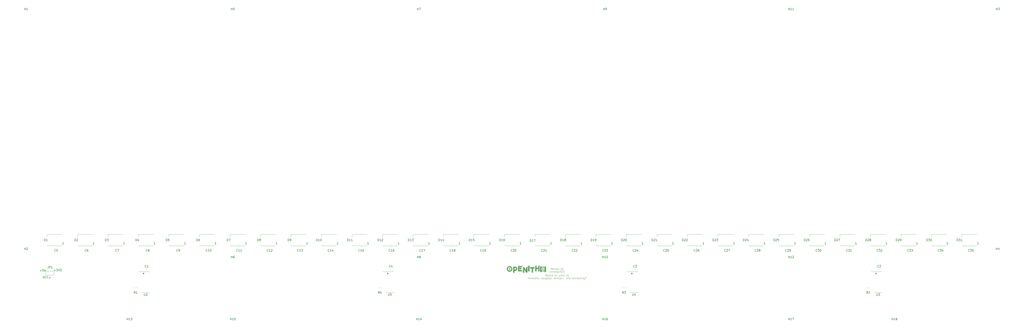
<source format=gbr>
G04 #@! TF.GenerationSoftware,KiCad,Pcbnew,(5.1.7)-1*
G04 #@! TF.CreationDate,2020-11-09T23:38:36-05:00*
G04 #@! TF.ProjectId,OpeNITHM-full,4f70654e-4954-4484-9d2d-66756c6c2e6b,rev?*
G04 #@! TF.SameCoordinates,Original*
G04 #@! TF.FileFunction,Legend,Top*
G04 #@! TF.FilePolarity,Positive*
%FSLAX46Y46*%
G04 Gerber Fmt 4.6, Leading zero omitted, Abs format (unit mm)*
G04 Created by KiCad (PCBNEW (5.1.7)-1) date 2020-11-09 23:38:36*
%MOMM*%
%LPD*%
G01*
G04 APERTURE LIST*
%ADD10C,0.125000*%
%ADD11C,0.500000*%
%ADD12C,0.120000*%
%ADD13C,0.080000*%
%ADD14C,0.150000*%
G04 APERTURE END LIST*
D10*
X164522619Y-144019285D02*
X164644047Y-144059761D01*
X164684523Y-144100238D01*
X164725000Y-144181190D01*
X164725000Y-144302619D01*
X164684523Y-144383571D01*
X164644047Y-144424047D01*
X164563095Y-144464523D01*
X164239285Y-144464523D01*
X164239285Y-143614523D01*
X164522619Y-143614523D01*
X164603571Y-143655000D01*
X164644047Y-143695476D01*
X164684523Y-143776428D01*
X164684523Y-143857380D01*
X164644047Y-143938333D01*
X164603571Y-143978809D01*
X164522619Y-144019285D01*
X164239285Y-144019285D01*
X165453571Y-144464523D02*
X165453571Y-144019285D01*
X165413095Y-143938333D01*
X165332142Y-143897857D01*
X165170238Y-143897857D01*
X165089285Y-143938333D01*
X165453571Y-144424047D02*
X165372619Y-144464523D01*
X165170238Y-144464523D01*
X165089285Y-144424047D01*
X165048809Y-144343095D01*
X165048809Y-144262142D01*
X165089285Y-144181190D01*
X165170238Y-144140714D01*
X165372619Y-144140714D01*
X165453571Y-144100238D01*
X165817857Y-144424047D02*
X165898809Y-144464523D01*
X166060714Y-144464523D01*
X166141666Y-144424047D01*
X166182142Y-144343095D01*
X166182142Y-144302619D01*
X166141666Y-144221666D01*
X166060714Y-144181190D01*
X165939285Y-144181190D01*
X165858333Y-144140714D01*
X165817857Y-144059761D01*
X165817857Y-144019285D01*
X165858333Y-143938333D01*
X165939285Y-143897857D01*
X166060714Y-143897857D01*
X166141666Y-143938333D01*
X166870238Y-144424047D02*
X166789285Y-144464523D01*
X166627380Y-144464523D01*
X166546428Y-144424047D01*
X166505952Y-144343095D01*
X166505952Y-144019285D01*
X166546428Y-143938333D01*
X166627380Y-143897857D01*
X166789285Y-143897857D01*
X166870238Y-143938333D01*
X166910714Y-144019285D01*
X166910714Y-144100238D01*
X166505952Y-144181190D01*
X167639285Y-144464523D02*
X167639285Y-143614523D01*
X167639285Y-144424047D02*
X167558333Y-144464523D01*
X167396428Y-144464523D01*
X167315476Y-144424047D01*
X167275000Y-144383571D01*
X167234523Y-144302619D01*
X167234523Y-144059761D01*
X167275000Y-143978809D01*
X167315476Y-143938333D01*
X167396428Y-143897857D01*
X167558333Y-143897857D01*
X167639285Y-143938333D01*
X168813095Y-144464523D02*
X168732142Y-144424047D01*
X168691666Y-144383571D01*
X168651190Y-144302619D01*
X168651190Y-144059761D01*
X168691666Y-143978809D01*
X168732142Y-143938333D01*
X168813095Y-143897857D01*
X168934523Y-143897857D01*
X169015476Y-143938333D01*
X169055952Y-143978809D01*
X169096428Y-144059761D01*
X169096428Y-144302619D01*
X169055952Y-144383571D01*
X169015476Y-144424047D01*
X168934523Y-144464523D01*
X168813095Y-144464523D01*
X169460714Y-143897857D02*
X169460714Y-144464523D01*
X169460714Y-143978809D02*
X169501190Y-143938333D01*
X169582142Y-143897857D01*
X169703571Y-143897857D01*
X169784523Y-143938333D01*
X169825000Y-144019285D01*
X169825000Y-144464523D01*
X170796428Y-143897857D02*
X170958333Y-144464523D01*
X171120238Y-144059761D01*
X171282142Y-144464523D01*
X171444047Y-143897857D01*
X171889285Y-144464523D02*
X171808333Y-144424047D01*
X171767857Y-144383571D01*
X171727380Y-144302619D01*
X171727380Y-144059761D01*
X171767857Y-143978809D01*
X171808333Y-143938333D01*
X171889285Y-143897857D01*
X172010714Y-143897857D01*
X172091666Y-143938333D01*
X172132142Y-143978809D01*
X172172619Y-144059761D01*
X172172619Y-144302619D01*
X172132142Y-144383571D01*
X172091666Y-144424047D01*
X172010714Y-144464523D01*
X171889285Y-144464523D01*
X172536904Y-144464523D02*
X172536904Y-143897857D01*
X172536904Y-144059761D02*
X172577380Y-143978809D01*
X172617857Y-143938333D01*
X172698809Y-143897857D01*
X172779761Y-143897857D01*
X173063095Y-144464523D02*
X173063095Y-143614523D01*
X173144047Y-144140714D02*
X173386904Y-144464523D01*
X173386904Y-143897857D02*
X173063095Y-144221666D01*
X174398809Y-144464523D02*
X174398809Y-143614523D01*
X174398809Y-143938333D02*
X174479761Y-143897857D01*
X174641666Y-143897857D01*
X174722619Y-143938333D01*
X174763095Y-143978809D01*
X174803571Y-144059761D01*
X174803571Y-144302619D01*
X174763095Y-144383571D01*
X174722619Y-144424047D01*
X174641666Y-144464523D01*
X174479761Y-144464523D01*
X174398809Y-144424047D01*
X175086904Y-143897857D02*
X175289285Y-144464523D01*
X175491666Y-143897857D02*
X175289285Y-144464523D01*
X175208333Y-144666904D01*
X175167857Y-144707380D01*
X175086904Y-144747857D01*
X155719047Y-145014523D02*
X156002380Y-145864523D01*
X156285714Y-145014523D01*
X156892857Y-145824047D02*
X156811904Y-145864523D01*
X156650000Y-145864523D01*
X156569047Y-145824047D01*
X156528571Y-145743095D01*
X156528571Y-145419285D01*
X156569047Y-145338333D01*
X156650000Y-145297857D01*
X156811904Y-145297857D01*
X156892857Y-145338333D01*
X156933333Y-145419285D01*
X156933333Y-145500238D01*
X156528571Y-145581190D01*
X157297619Y-145864523D02*
X157297619Y-145297857D01*
X157297619Y-145459761D02*
X157338095Y-145378809D01*
X157378571Y-145338333D01*
X157459523Y-145297857D01*
X157540476Y-145297857D01*
X157945238Y-145864523D02*
X157864285Y-145824047D01*
X157823809Y-145783571D01*
X157783333Y-145702619D01*
X157783333Y-145459761D01*
X157823809Y-145378809D01*
X157864285Y-145338333D01*
X157945238Y-145297857D01*
X158066666Y-145297857D01*
X158147619Y-145338333D01*
X158188095Y-145378809D01*
X158228571Y-145459761D01*
X158228571Y-145702619D01*
X158188095Y-145783571D01*
X158147619Y-145824047D01*
X158066666Y-145864523D01*
X157945238Y-145864523D01*
X158511904Y-145864523D02*
X158957142Y-145297857D01*
X158511904Y-145297857D02*
X158957142Y-145864523D01*
X159200000Y-145014523D02*
X159766666Y-145014523D01*
X159200000Y-145864523D01*
X159766666Y-145864523D01*
X160090476Y-145864523D02*
X160090476Y-145297857D01*
X160090476Y-145014523D02*
X160050000Y-145055000D01*
X160090476Y-145095476D01*
X160130952Y-145055000D01*
X160090476Y-145014523D01*
X160090476Y-145095476D01*
X160495238Y-145864523D02*
X160495238Y-145014523D01*
X160576190Y-145540714D02*
X160819047Y-145864523D01*
X160819047Y-145297857D02*
X160495238Y-145621666D01*
X161223809Y-145824047D02*
X161223809Y-145864523D01*
X161183333Y-145945476D01*
X161142857Y-145985952D01*
X162195238Y-145824047D02*
X162276190Y-145864523D01*
X162438095Y-145864523D01*
X162519047Y-145824047D01*
X162559523Y-145743095D01*
X162559523Y-145702619D01*
X162519047Y-145621666D01*
X162438095Y-145581190D01*
X162316666Y-145581190D01*
X162235714Y-145540714D01*
X162195238Y-145459761D01*
X162195238Y-145419285D01*
X162235714Y-145338333D01*
X162316666Y-145297857D01*
X162438095Y-145297857D01*
X162519047Y-145338333D01*
X162923809Y-145864523D02*
X162923809Y-145014523D01*
X163004761Y-145540714D02*
X163247619Y-145864523D01*
X163247619Y-145297857D02*
X162923809Y-145621666D01*
X163733333Y-145864523D02*
X163652380Y-145824047D01*
X163611904Y-145783571D01*
X163571428Y-145702619D01*
X163571428Y-145459761D01*
X163611904Y-145378809D01*
X163652380Y-145338333D01*
X163733333Y-145297857D01*
X163854761Y-145297857D01*
X163935714Y-145338333D01*
X163976190Y-145378809D01*
X164016666Y-145459761D01*
X164016666Y-145702619D01*
X163976190Y-145783571D01*
X163935714Y-145824047D01*
X163854761Y-145864523D01*
X163733333Y-145864523D01*
X164745238Y-145297857D02*
X164745238Y-145985952D01*
X164704761Y-146066904D01*
X164664285Y-146107380D01*
X164583333Y-146147857D01*
X164461904Y-146147857D01*
X164380952Y-146107380D01*
X164745238Y-145824047D02*
X164664285Y-145864523D01*
X164502380Y-145864523D01*
X164421428Y-145824047D01*
X164380952Y-145783571D01*
X164340476Y-145702619D01*
X164340476Y-145459761D01*
X164380952Y-145378809D01*
X164421428Y-145338333D01*
X164502380Y-145297857D01*
X164664285Y-145297857D01*
X164745238Y-145338333D01*
X165514285Y-145864523D02*
X165514285Y-145419285D01*
X165473809Y-145338333D01*
X165392857Y-145297857D01*
X165230952Y-145297857D01*
X165150000Y-145338333D01*
X165514285Y-145824047D02*
X165433333Y-145864523D01*
X165230952Y-145864523D01*
X165150000Y-145824047D01*
X165109523Y-145743095D01*
X165109523Y-145662142D01*
X165150000Y-145581190D01*
X165230952Y-145540714D01*
X165433333Y-145540714D01*
X165514285Y-145500238D01*
X165919047Y-145864523D02*
X165919047Y-145014523D01*
X165919047Y-145338333D02*
X166000000Y-145297857D01*
X166161904Y-145297857D01*
X166242857Y-145338333D01*
X166283333Y-145378809D01*
X166323809Y-145459761D01*
X166323809Y-145702619D01*
X166283333Y-145783571D01*
X166242857Y-145824047D01*
X166161904Y-145864523D01*
X166000000Y-145864523D01*
X165919047Y-145824047D01*
X166607142Y-145297857D02*
X166809523Y-145864523D01*
X167011904Y-145297857D02*
X166809523Y-145864523D01*
X166728571Y-146066904D01*
X166688095Y-146107380D01*
X166607142Y-146147857D01*
X167376190Y-145824047D02*
X167376190Y-145864523D01*
X167335714Y-145945476D01*
X167295238Y-145985952D01*
X168307142Y-145014523D02*
X168509523Y-145864523D01*
X168671428Y-145257380D01*
X168833333Y-145864523D01*
X169035714Y-145014523D01*
X169359523Y-145864523D02*
X169359523Y-145297857D01*
X169359523Y-145014523D02*
X169319047Y-145055000D01*
X169359523Y-145095476D01*
X169400000Y-145055000D01*
X169359523Y-145014523D01*
X169359523Y-145095476D01*
X169764285Y-145297857D02*
X169764285Y-145864523D01*
X169764285Y-145378809D02*
X169804761Y-145338333D01*
X169885714Y-145297857D01*
X170007142Y-145297857D01*
X170088095Y-145338333D01*
X170128571Y-145419285D01*
X170128571Y-145864523D01*
X170533333Y-145419285D02*
X170816666Y-145419285D01*
X170938095Y-145864523D02*
X170533333Y-145864523D01*
X170533333Y-145014523D01*
X170938095Y-145014523D01*
X171302380Y-145297857D02*
X171302380Y-146147857D01*
X171302380Y-145338333D02*
X171383333Y-145297857D01*
X171545238Y-145297857D01*
X171626190Y-145338333D01*
X171666666Y-145378809D01*
X171707142Y-145459761D01*
X171707142Y-145702619D01*
X171666666Y-145783571D01*
X171626190Y-145824047D01*
X171545238Y-145864523D01*
X171383333Y-145864523D01*
X171302380Y-145824047D01*
X172071428Y-145864523D02*
X172071428Y-145297857D01*
X172071428Y-145014523D02*
X172030952Y-145055000D01*
X172071428Y-145095476D01*
X172111904Y-145055000D01*
X172071428Y-145014523D01*
X172071428Y-145095476D01*
X172840476Y-145824047D02*
X172759523Y-145864523D01*
X172597619Y-145864523D01*
X172516666Y-145824047D01*
X172476190Y-145783571D01*
X172435714Y-145702619D01*
X172435714Y-145459761D01*
X172476190Y-145378809D01*
X172516666Y-145338333D01*
X172597619Y-145297857D01*
X172759523Y-145297857D01*
X172840476Y-145338333D01*
X173245238Y-145824047D02*
X173245238Y-145864523D01*
X173204761Y-145945476D01*
X173164285Y-145985952D01*
X174621428Y-145864523D02*
X174621428Y-145419285D01*
X174580952Y-145338333D01*
X174500000Y-145297857D01*
X174338095Y-145297857D01*
X174257142Y-145338333D01*
X174621428Y-145824047D02*
X174540476Y-145864523D01*
X174338095Y-145864523D01*
X174257142Y-145824047D01*
X174216666Y-145743095D01*
X174216666Y-145662142D01*
X174257142Y-145581190D01*
X174338095Y-145540714D01*
X174540476Y-145540714D01*
X174621428Y-145500238D01*
X175026190Y-145297857D02*
X175026190Y-145864523D01*
X175026190Y-145378809D02*
X175066666Y-145338333D01*
X175147619Y-145297857D01*
X175269047Y-145297857D01*
X175350000Y-145338333D01*
X175390476Y-145419285D01*
X175390476Y-145864523D01*
X176159523Y-145864523D02*
X176159523Y-145014523D01*
X176159523Y-145824047D02*
X176078571Y-145864523D01*
X175916666Y-145864523D01*
X175835714Y-145824047D01*
X175795238Y-145783571D01*
X175754761Y-145702619D01*
X175754761Y-145459761D01*
X175795238Y-145378809D01*
X175835714Y-145338333D01*
X175916666Y-145297857D01*
X176078571Y-145297857D01*
X176159523Y-145338333D01*
X177211904Y-145864523D02*
X177211904Y-145297857D01*
X177211904Y-145378809D02*
X177252380Y-145338333D01*
X177333333Y-145297857D01*
X177454761Y-145297857D01*
X177535714Y-145338333D01*
X177576190Y-145419285D01*
X177576190Y-145864523D01*
X177576190Y-145419285D02*
X177616666Y-145338333D01*
X177697619Y-145297857D01*
X177819047Y-145297857D01*
X177900000Y-145338333D01*
X177940476Y-145419285D01*
X177940476Y-145864523D01*
X178345238Y-145864523D02*
X178345238Y-145297857D01*
X178345238Y-145014523D02*
X178304761Y-145055000D01*
X178345238Y-145095476D01*
X178385714Y-145055000D01*
X178345238Y-145014523D01*
X178345238Y-145095476D01*
X179114285Y-145824047D02*
X179033333Y-145864523D01*
X178871428Y-145864523D01*
X178790476Y-145824047D01*
X178750000Y-145783571D01*
X178709523Y-145702619D01*
X178709523Y-145459761D01*
X178750000Y-145378809D01*
X178790476Y-145338333D01*
X178871428Y-145297857D01*
X179033333Y-145297857D01*
X179114285Y-145338333D01*
X179478571Y-145864523D02*
X179478571Y-145014523D01*
X179559523Y-145540714D02*
X179802380Y-145864523D01*
X179802380Y-145297857D02*
X179478571Y-145621666D01*
X180530952Y-145864523D02*
X180530952Y-145419285D01*
X180490476Y-145338333D01*
X180409523Y-145297857D01*
X180247619Y-145297857D01*
X180166666Y-145338333D01*
X180530952Y-145824047D02*
X180450000Y-145864523D01*
X180247619Y-145864523D01*
X180166666Y-145824047D01*
X180126190Y-145743095D01*
X180126190Y-145662142D01*
X180166666Y-145581190D01*
X180247619Y-145540714D01*
X180450000Y-145540714D01*
X180530952Y-145500238D01*
X180935714Y-145864523D02*
X180935714Y-145014523D01*
X180935714Y-145338333D02*
X181016666Y-145297857D01*
X181178571Y-145297857D01*
X181259523Y-145338333D01*
X181300000Y-145378809D01*
X181340476Y-145459761D01*
X181340476Y-145702619D01*
X181300000Y-145783571D01*
X181259523Y-145824047D01*
X181178571Y-145864523D01*
X181016666Y-145864523D01*
X180935714Y-145824047D01*
X181704761Y-145864523D02*
X181704761Y-145297857D01*
X181704761Y-145459761D02*
X181745238Y-145378809D01*
X181785714Y-145338333D01*
X181866666Y-145297857D01*
X181947619Y-145297857D01*
X182230952Y-145864523D02*
X182230952Y-145297857D01*
X182230952Y-145014523D02*
X182190476Y-145055000D01*
X182230952Y-145095476D01*
X182271428Y-145055000D01*
X182230952Y-145014523D01*
X182230952Y-145095476D01*
X183000000Y-145297857D02*
X183000000Y-145985952D01*
X182959523Y-146066904D01*
X182919047Y-146107380D01*
X182838095Y-146147857D01*
X182716666Y-146147857D01*
X182635714Y-146107380D01*
X183000000Y-145824047D02*
X182919047Y-145864523D01*
X182757142Y-145864523D01*
X182676190Y-145824047D01*
X182635714Y-145783571D01*
X182595238Y-145702619D01*
X182595238Y-145459761D01*
X182635714Y-145378809D01*
X182676190Y-145338333D01*
X182757142Y-145297857D01*
X182919047Y-145297857D01*
X183000000Y-145338333D01*
X183323809Y-145014523D02*
X183890476Y-145014523D01*
X183526190Y-145864523D01*
X166890476Y-141289523D02*
X166890476Y-140439523D01*
X167092857Y-140439523D01*
X167214285Y-140480000D01*
X167295238Y-140560952D01*
X167335714Y-140641904D01*
X167376190Y-140803809D01*
X167376190Y-140925238D01*
X167335714Y-141087142D01*
X167295238Y-141168095D01*
X167214285Y-141249047D01*
X167092857Y-141289523D01*
X166890476Y-141289523D01*
X168064285Y-141249047D02*
X167983333Y-141289523D01*
X167821428Y-141289523D01*
X167740476Y-141249047D01*
X167700000Y-141168095D01*
X167700000Y-140844285D01*
X167740476Y-140763333D01*
X167821428Y-140722857D01*
X167983333Y-140722857D01*
X168064285Y-140763333D01*
X168104761Y-140844285D01*
X168104761Y-140925238D01*
X167700000Y-141006190D01*
X168428571Y-141249047D02*
X168509523Y-141289523D01*
X168671428Y-141289523D01*
X168752380Y-141249047D01*
X168792857Y-141168095D01*
X168792857Y-141127619D01*
X168752380Y-141046666D01*
X168671428Y-141006190D01*
X168550000Y-141006190D01*
X168469047Y-140965714D01*
X168428571Y-140884761D01*
X168428571Y-140844285D01*
X168469047Y-140763333D01*
X168550000Y-140722857D01*
X168671428Y-140722857D01*
X168752380Y-140763333D01*
X169157142Y-141289523D02*
X169157142Y-140722857D01*
X169157142Y-140439523D02*
X169116666Y-140480000D01*
X169157142Y-140520476D01*
X169197619Y-140480000D01*
X169157142Y-140439523D01*
X169157142Y-140520476D01*
X169926190Y-140722857D02*
X169926190Y-141410952D01*
X169885714Y-141491904D01*
X169845238Y-141532380D01*
X169764285Y-141572857D01*
X169642857Y-141572857D01*
X169561904Y-141532380D01*
X169926190Y-141249047D02*
X169845238Y-141289523D01*
X169683333Y-141289523D01*
X169602380Y-141249047D01*
X169561904Y-141208571D01*
X169521428Y-141127619D01*
X169521428Y-140884761D01*
X169561904Y-140803809D01*
X169602380Y-140763333D01*
X169683333Y-140722857D01*
X169845238Y-140722857D01*
X169926190Y-140763333D01*
X170330952Y-140722857D02*
X170330952Y-141289523D01*
X170330952Y-140803809D02*
X170371428Y-140763333D01*
X170452380Y-140722857D01*
X170573809Y-140722857D01*
X170654761Y-140763333D01*
X170695238Y-140844285D01*
X170695238Y-141289523D01*
X171747619Y-141289523D02*
X171747619Y-140439523D01*
X171747619Y-140763333D02*
X171828571Y-140722857D01*
X171990476Y-140722857D01*
X172071428Y-140763333D01*
X172111904Y-140803809D01*
X172152380Y-140884761D01*
X172152380Y-141127619D01*
X172111904Y-141208571D01*
X172071428Y-141249047D01*
X171990476Y-141289523D01*
X171828571Y-141289523D01*
X171747619Y-141249047D01*
X172435714Y-140722857D02*
X172638095Y-141289523D01*
X172840476Y-140722857D02*
X172638095Y-141289523D01*
X172557142Y-141491904D01*
X172516666Y-141532380D01*
X172435714Y-141572857D01*
X166364285Y-142689523D02*
X166364285Y-141839523D01*
X166850000Y-142689523D02*
X166485714Y-142203809D01*
X166850000Y-141839523D02*
X166364285Y-142325238D01*
X167538095Y-142649047D02*
X167457142Y-142689523D01*
X167295238Y-142689523D01*
X167214285Y-142649047D01*
X167173809Y-142568095D01*
X167173809Y-142244285D01*
X167214285Y-142163333D01*
X167295238Y-142122857D01*
X167457142Y-142122857D01*
X167538095Y-142163333D01*
X167578571Y-142244285D01*
X167578571Y-142325238D01*
X167173809Y-142406190D01*
X167861904Y-142122857D02*
X168064285Y-142689523D01*
X168266666Y-142122857D01*
X168590476Y-142689523D02*
X168590476Y-142122857D01*
X168590476Y-142203809D02*
X168630952Y-142163333D01*
X168711904Y-142122857D01*
X168833333Y-142122857D01*
X168914285Y-142163333D01*
X168954761Y-142244285D01*
X168954761Y-142689523D01*
X168954761Y-142244285D02*
X168995238Y-142163333D01*
X169076190Y-142122857D01*
X169197619Y-142122857D01*
X169278571Y-142163333D01*
X169319047Y-142244285D01*
X169319047Y-142689523D01*
X170088095Y-142689523D02*
X170088095Y-142244285D01*
X170047619Y-142163333D01*
X169966666Y-142122857D01*
X169804761Y-142122857D01*
X169723809Y-142163333D01*
X170088095Y-142649047D02*
X170007142Y-142689523D01*
X169804761Y-142689523D01*
X169723809Y-142649047D01*
X169683333Y-142568095D01*
X169683333Y-142487142D01*
X169723809Y-142406190D01*
X169804761Y-142365714D01*
X170007142Y-142365714D01*
X170088095Y-142325238D01*
X170492857Y-142122857D02*
X170492857Y-142689523D01*
X170492857Y-142203809D02*
X170533333Y-142163333D01*
X170614285Y-142122857D01*
X170735714Y-142122857D01*
X170816666Y-142163333D01*
X170857142Y-142244285D01*
X170857142Y-142689523D01*
X171180952Y-141839523D02*
X171707142Y-141839523D01*
X171423809Y-142163333D01*
X171545238Y-142163333D01*
X171626190Y-142203809D01*
X171666666Y-142244285D01*
X171707142Y-142325238D01*
X171707142Y-142527619D01*
X171666666Y-142608571D01*
X171626190Y-142649047D01*
X171545238Y-142689523D01*
X171302380Y-142689523D01*
X171221428Y-142649047D01*
X171180952Y-142608571D01*
X172030952Y-141920476D02*
X172071428Y-141880000D01*
X172152380Y-141839523D01*
X172354761Y-141839523D01*
X172435714Y-141880000D01*
X172476190Y-141920476D01*
X172516666Y-142001428D01*
X172516666Y-142082380D01*
X172476190Y-142203809D01*
X171990476Y-142689523D01*
X172516666Y-142689523D01*
X172800000Y-141839523D02*
X173326190Y-141839523D01*
X173042857Y-142163333D01*
X173164285Y-142163333D01*
X173245238Y-142203809D01*
X173285714Y-142244285D01*
X173326190Y-142325238D01*
X173326190Y-142527619D01*
X173285714Y-142608571D01*
X173245238Y-142649047D01*
X173164285Y-142689523D01*
X172921428Y-142689523D01*
X172840476Y-142649047D01*
X172800000Y-142608571D01*
D11*
X324220000Y-143220000D02*
G75*
G03*
X324220000Y-143220000I-100000J0D01*
G01*
D12*
X325120000Y-142260000D02*
X321670000Y-142260000D01*
X325120000Y-142260000D02*
X327070000Y-142260000D01*
X325120000Y-152380000D02*
X323170000Y-152380000D01*
X325120000Y-152380000D02*
X327070000Y-152380000D01*
X-74165000Y-144000000D02*
X-76965000Y-144000000D01*
X-77615000Y-143300000D02*
X-77615000Y-142700000D01*
X-76965000Y-142000000D02*
X-74165000Y-142000000D01*
X-73515000Y-142700000D02*
X-73515000Y-143300000D01*
X-73515000Y-143300000D02*
G75*
G02*
X-74215000Y-144000000I-700000J0D01*
G01*
X-74215000Y-142000000D02*
G75*
G02*
X-73515000Y-142700000I0J-700000D01*
G01*
X-77615000Y-142700000D02*
G75*
G02*
X-76915000Y-142000000I700000J0D01*
G01*
X-76915000Y-144000000D02*
G75*
G02*
X-77615000Y-143300000I0J700000D01*
G01*
X-57890580Y-131260000D02*
X-57609420Y-131260000D01*
X-57890580Y-130240000D02*
X-57609420Y-130240000D01*
D11*
X88000000Y-143220000D02*
G75*
G03*
X88000000Y-143220000I-100000J0D01*
G01*
D12*
X88900000Y-142260000D02*
X85450000Y-142260000D01*
X88900000Y-142260000D02*
X90850000Y-142260000D01*
X88900000Y-152380000D02*
X86950000Y-152380000D01*
X88900000Y-152380000D02*
X90850000Y-152380000D01*
X325474420Y-141480000D02*
X325755580Y-141480000D01*
X325474420Y-140460000D02*
X325755580Y-140460000D01*
X-34558500Y-149812742D02*
X-34558500Y-150287258D01*
X-33513500Y-149812742D02*
X-33513500Y-150287258D01*
D11*
X-30110000Y-143220000D02*
G75*
G03*
X-30110000Y-143220000I-100000J0D01*
G01*
D12*
X-29210000Y-142260000D02*
X-32660000Y-142260000D01*
X-29210000Y-142260000D02*
X-27260000Y-142260000D01*
X-29210000Y-152380000D02*
X-31160000Y-152380000D01*
X-29210000Y-152380000D02*
X-27260000Y-152380000D01*
X369884420Y-131260000D02*
X370165580Y-131260000D01*
X369884420Y-130240000D02*
X370165580Y-130240000D01*
X355134420Y-131260000D02*
X355415580Y-131260000D01*
X355134420Y-130240000D02*
X355415580Y-130240000D01*
X340384420Y-131260000D02*
X340665580Y-131260000D01*
X340384420Y-130240000D02*
X340665580Y-130240000D01*
X325634420Y-131260000D02*
X325915580Y-131260000D01*
X325634420Y-130240000D02*
X325915580Y-130240000D01*
X310884420Y-131260000D02*
X311165580Y-131260000D01*
X310884420Y-130240000D02*
X311165580Y-130240000D01*
X296134420Y-131260000D02*
X296415580Y-131260000D01*
X296134420Y-130240000D02*
X296415580Y-130240000D01*
X281384420Y-131260000D02*
X281665580Y-131260000D01*
X281384420Y-130240000D02*
X281665580Y-130240000D01*
X266634420Y-131260000D02*
X266915580Y-131260000D01*
X266634420Y-130240000D02*
X266915580Y-130240000D01*
X251884420Y-131260000D02*
X252165580Y-131260000D01*
X251884420Y-130240000D02*
X252165580Y-130240000D01*
X237134420Y-131260000D02*
X237415580Y-131260000D01*
X237134420Y-130240000D02*
X237415580Y-130240000D01*
X222384420Y-131260000D02*
X222665580Y-131260000D01*
X222384420Y-130240000D02*
X222665580Y-130240000D01*
X207634420Y-131260000D02*
X207915580Y-131260000D01*
X207634420Y-130240000D02*
X207915580Y-130240000D01*
X192884420Y-131260000D02*
X193165580Y-131260000D01*
X192884420Y-130240000D02*
X193165580Y-130240000D01*
X178134420Y-131260000D02*
X178415580Y-131260000D01*
X178134420Y-130240000D02*
X178415580Y-130240000D01*
X163384420Y-131260000D02*
X163665580Y-131260000D01*
X163384420Y-130240000D02*
X163665580Y-130240000D01*
X148634420Y-131260000D02*
X148915580Y-131260000D01*
X148634420Y-130240000D02*
X148915580Y-130240000D01*
X133884420Y-131260000D02*
X134165580Y-131260000D01*
X133884420Y-130240000D02*
X134165580Y-130240000D01*
X119134420Y-131260000D02*
X119415580Y-131260000D01*
X119134420Y-130240000D02*
X119415580Y-130240000D01*
X104384420Y-131260000D02*
X104665580Y-131260000D01*
X104384420Y-130240000D02*
X104665580Y-130240000D01*
X89634420Y-131260000D02*
X89915580Y-131260000D01*
X89634420Y-130240000D02*
X89915580Y-130240000D01*
X74884420Y-131260000D02*
X75165580Y-131260000D01*
X74884420Y-130240000D02*
X75165580Y-130240000D01*
X60134420Y-131260000D02*
X60415580Y-131260000D01*
X60134420Y-130240000D02*
X60415580Y-130240000D01*
X45384420Y-131260000D02*
X45665580Y-131260000D01*
X45384420Y-130240000D02*
X45665580Y-130240000D01*
X30634420Y-131260000D02*
X30915580Y-131260000D01*
X30634420Y-130240000D02*
X30915580Y-130240000D01*
X15884420Y-131260000D02*
X16165580Y-131260000D01*
X15884420Y-130240000D02*
X16165580Y-130240000D01*
X1134420Y-131260000D02*
X1415580Y-131260000D01*
X1134420Y-130240000D02*
X1415580Y-130240000D01*
X-13615580Y-131260000D02*
X-13334420Y-131260000D01*
X-13615580Y-130240000D02*
X-13334420Y-130240000D01*
X-28365580Y-131260000D02*
X-28084420Y-131260000D01*
X-28365580Y-130240000D02*
X-28084420Y-130240000D01*
X-43115580Y-131260000D02*
X-42834420Y-131260000D01*
X-43115580Y-130240000D02*
X-42834420Y-130240000D01*
X-72640580Y-131260000D02*
X-72359420Y-131260000D01*
X-72640580Y-130240000D02*
X-72359420Y-130240000D01*
X350850000Y-124250000D02*
X350850000Y-125400000D01*
X358150000Y-124250000D02*
X350850000Y-124250000D01*
X358150000Y-129750000D02*
X350850000Y-129750000D01*
X321350000Y-124250000D02*
X321350000Y-125400000D01*
X328650000Y-124250000D02*
X321350000Y-124250000D01*
X328650000Y-129750000D02*
X321350000Y-129750000D01*
X291850000Y-124250000D02*
X291850000Y-125400000D01*
X299150000Y-124250000D02*
X291850000Y-124250000D01*
X299150000Y-129750000D02*
X291850000Y-129750000D01*
X262350000Y-124250000D02*
X262350000Y-125400000D01*
X269650000Y-124250000D02*
X262350000Y-124250000D01*
X269650000Y-129750000D02*
X262350000Y-129750000D01*
X232850000Y-124250000D02*
X232850000Y-125400000D01*
X240150000Y-124250000D02*
X232850000Y-124250000D01*
X240150000Y-129750000D02*
X232850000Y-129750000D01*
X203350000Y-124250000D02*
X203350000Y-125400000D01*
X210650000Y-124250000D02*
X203350000Y-124250000D01*
X210650000Y-129750000D02*
X203350000Y-129750000D01*
X173850000Y-124250000D02*
X173850000Y-125400000D01*
X181150000Y-124250000D02*
X173850000Y-124250000D01*
X181150000Y-129750000D02*
X173850000Y-129750000D01*
X144350000Y-124250000D02*
X144350000Y-125400000D01*
X151650000Y-124250000D02*
X144350000Y-124250000D01*
X151650000Y-129750000D02*
X144350000Y-129750000D01*
X114850000Y-124250000D02*
X114850000Y-125400000D01*
X122150000Y-124250000D02*
X114850000Y-124250000D01*
X122150000Y-129750000D02*
X114850000Y-129750000D01*
X85350000Y-124250000D02*
X85350000Y-125400000D01*
X92650000Y-124250000D02*
X85350000Y-124250000D01*
X92650000Y-129750000D02*
X85350000Y-129750000D01*
X55850000Y-124250000D02*
X55850000Y-125400000D01*
X63150000Y-124250000D02*
X55850000Y-124250000D01*
X63150000Y-129750000D02*
X55850000Y-129750000D01*
X26350000Y-124250000D02*
X26350000Y-125400000D01*
X33650000Y-124250000D02*
X26350000Y-124250000D01*
X33650000Y-129750000D02*
X26350000Y-129750000D01*
X-3150000Y-124250000D02*
X-3150000Y-125400000D01*
X4150000Y-124250000D02*
X-3150000Y-124250000D01*
X4150000Y-129750000D02*
X-3150000Y-129750000D01*
X-32650000Y-124250000D02*
X-32650000Y-125400000D01*
X-25350000Y-124250000D02*
X-32650000Y-124250000D01*
X-25350000Y-129750000D02*
X-32650000Y-129750000D01*
X365600000Y-124250000D02*
X365600000Y-125400000D01*
X372900000Y-124250000D02*
X365600000Y-124250000D01*
X372900000Y-129750000D02*
X365600000Y-129750000D01*
X336100000Y-124250000D02*
X336100000Y-125400000D01*
X343400000Y-124250000D02*
X336100000Y-124250000D01*
X343400000Y-129750000D02*
X336100000Y-129750000D01*
X306600000Y-124250000D02*
X306600000Y-125400000D01*
X313900000Y-124250000D02*
X306600000Y-124250000D01*
X313900000Y-129750000D02*
X306600000Y-129750000D01*
X277100000Y-124250000D02*
X277100000Y-125400000D01*
X284400000Y-124250000D02*
X277100000Y-124250000D01*
X284400000Y-129750000D02*
X277100000Y-129750000D01*
X247600000Y-124250000D02*
X247600000Y-125400000D01*
X254900000Y-124250000D02*
X247600000Y-124250000D01*
X254900000Y-129750000D02*
X247600000Y-129750000D01*
X218100000Y-124250000D02*
X218100000Y-125400000D01*
X225400000Y-124250000D02*
X218100000Y-124250000D01*
X225400000Y-129750000D02*
X218100000Y-129750000D01*
X188600000Y-124250000D02*
X188600000Y-125400000D01*
X195900000Y-124250000D02*
X188600000Y-124250000D01*
X195900000Y-129750000D02*
X188600000Y-129750000D01*
X159100000Y-124250000D02*
X159100000Y-125400000D01*
X166400000Y-124250000D02*
X159100000Y-124250000D01*
X166400000Y-129750000D02*
X159100000Y-129750000D01*
X129600000Y-124250000D02*
X129600000Y-125400000D01*
X136900000Y-124250000D02*
X129600000Y-124250000D01*
X136900000Y-129750000D02*
X129600000Y-129750000D01*
X100100000Y-124250000D02*
X100100000Y-125400000D01*
X107400000Y-124250000D02*
X100100000Y-124250000D01*
X107400000Y-129750000D02*
X100100000Y-129750000D01*
X70600000Y-124250000D02*
X70600000Y-125400000D01*
X77900000Y-124250000D02*
X70600000Y-124250000D01*
X77900000Y-129750000D02*
X70600000Y-129750000D01*
X41100000Y-124250000D02*
X41100000Y-125400000D01*
X48400000Y-124250000D02*
X41100000Y-124250000D01*
X48400000Y-129750000D02*
X41100000Y-129750000D01*
X11600000Y-124250000D02*
X11600000Y-125400000D01*
X18900000Y-124250000D02*
X11600000Y-124250000D01*
X18900000Y-129750000D02*
X11600000Y-129750000D01*
X-17900000Y-124250000D02*
X-17900000Y-125400000D01*
X-10600000Y-124250000D02*
X-17900000Y-124250000D01*
X-10600000Y-129750000D02*
X-17900000Y-129750000D01*
X-47400000Y-124250000D02*
X-47400000Y-125400000D01*
X-40100000Y-124250000D02*
X-47400000Y-124250000D01*
X-40100000Y-129750000D02*
X-47400000Y-129750000D01*
X-62150000Y-124250000D02*
X-62150000Y-125400000D01*
X-54850000Y-124250000D02*
X-62150000Y-124250000D01*
X-54850000Y-129750000D02*
X-62150000Y-129750000D01*
X-76900000Y-124250000D02*
X-76900000Y-125400000D01*
X-69600000Y-124250000D02*
X-76900000Y-124250000D01*
X-69600000Y-129750000D02*
X-76900000Y-129750000D01*
X89254420Y-141480000D02*
X89535580Y-141480000D01*
X89254420Y-140460000D02*
X89535580Y-140460000D01*
X207364420Y-141480000D02*
X207645580Y-141480000D01*
X207364420Y-140460000D02*
X207645580Y-140460000D01*
X-28855580Y-141480000D02*
X-28574420Y-141480000D01*
X-28855580Y-140460000D02*
X-28574420Y-140460000D01*
D11*
X206110000Y-143220000D02*
G75*
G03*
X206110000Y-143220000I-100000J0D01*
G01*
D12*
X207010000Y-142260000D02*
X203560000Y-142260000D01*
X207010000Y-142260000D02*
X208960000Y-142260000D01*
X207010000Y-152380000D02*
X205060000Y-152380000D01*
X207010000Y-152380000D02*
X208960000Y-152380000D01*
X83551500Y-149812742D02*
X83551500Y-150287258D01*
X84596500Y-149812742D02*
X84596500Y-150287258D01*
X201661500Y-149812742D02*
X201661500Y-150287258D01*
X202706500Y-149812742D02*
X202706500Y-150287258D01*
X319771500Y-149812742D02*
X319771500Y-150287258D01*
X320816500Y-149812742D02*
X320816500Y-150287258D01*
X163042600Y-141020800D02*
G75*
G03*
X163042600Y-141020800I-50800J0D01*
G01*
X163144200Y-141020800D02*
G75*
G03*
X163144200Y-141020800I-152400J0D01*
G01*
X163247067Y-141020800D02*
G75*
G03*
X163247067Y-141020800I-255267J0D01*
G01*
X149047200Y-141681200D02*
X149631400Y-141681200D01*
X149047200Y-141605000D02*
X149047200Y-141681200D01*
X149606000Y-141605000D02*
X149047200Y-141605000D01*
X149606000Y-141503400D02*
X149606000Y-141605000D01*
X149047200Y-141503400D02*
X149606000Y-141503400D01*
X149072600Y-140284200D02*
X149631400Y-140284200D01*
X149072600Y-140208000D02*
X149072600Y-140284200D01*
X149631400Y-140208000D02*
X149072600Y-140208000D01*
X149631400Y-140106400D02*
X149631400Y-140208000D01*
X148971000Y-140106400D02*
X149631400Y-140106400D01*
X148971000Y-142519400D02*
X148971000Y-140106400D01*
X148894800Y-142519400D02*
X148971000Y-142519400D01*
X148894800Y-140106400D02*
X148894800Y-142519400D01*
X148793200Y-140106400D02*
X148894800Y-140106400D01*
X148793200Y-142494000D02*
X148793200Y-140106400D01*
X152400000Y-140843000D02*
X151409400Y-140843000D01*
X152400000Y-140792200D02*
X152400000Y-140843000D01*
X151434800Y-140792200D02*
X152400000Y-140792200D01*
X151434800Y-140690600D02*
X151434800Y-140792200D01*
X152349200Y-140690600D02*
X151434800Y-140690600D01*
X151358600Y-141655800D02*
X151358600Y-140030200D01*
X151257000Y-141655800D02*
X151358600Y-141655800D01*
X151257000Y-139954000D02*
X151257000Y-141655800D01*
X152501600Y-139954000D02*
X151257000Y-139954000D01*
X152501600Y-139877800D02*
X151257000Y-139877800D01*
X152577800Y-139776200D02*
X152501600Y-139877800D01*
X151180800Y-139776200D02*
X152577800Y-139776200D01*
X151180800Y-141706600D02*
X151180800Y-139776200D01*
X152476200Y-141706600D02*
X151180800Y-141706600D01*
X152552400Y-141757400D02*
X152476200Y-141706600D01*
X151155400Y-141757400D02*
X152552400Y-141757400D01*
X151155400Y-141859000D02*
X151155400Y-141757400D01*
X152603200Y-141859000D02*
X151155400Y-141859000D01*
X153492200Y-140360400D02*
X153492200Y-142519400D01*
X153593800Y-140360400D02*
X153492200Y-140360400D01*
X153593800Y-142494000D02*
X153593800Y-140360400D01*
X153695400Y-142494000D02*
X153593800Y-142494000D01*
X153695400Y-140360400D02*
X153695400Y-142494000D01*
X153746200Y-140741400D02*
X154889200Y-142468600D01*
X153746200Y-140563600D02*
X153746200Y-140741400D01*
X154889200Y-142367000D02*
X153746200Y-140563600D01*
X154889200Y-142240000D02*
X154889200Y-142367000D01*
X153771600Y-140487400D02*
X154889200Y-142240000D01*
X153771600Y-140385800D02*
X153771600Y-140487400D01*
X154914600Y-142138400D02*
X153771600Y-140385800D01*
X154965400Y-142468600D02*
X154965400Y-140411200D01*
X155016200Y-142468600D02*
X154965400Y-142468600D01*
X155016200Y-140411200D02*
X155016200Y-142468600D01*
X155117800Y-140335000D02*
X155016200Y-140411200D01*
X155117800Y-142494000D02*
X155117800Y-140335000D01*
X155194000Y-142494000D02*
X155117800Y-142494000D01*
X155194000Y-140258800D02*
X155194000Y-142494000D01*
X156210000Y-141859000D02*
X156210000Y-139623800D01*
X156159200Y-141859000D02*
X156210000Y-141859000D01*
X156159200Y-139674600D02*
X156159200Y-141859000D01*
X156057600Y-139725400D02*
X156159200Y-139674600D01*
X156057600Y-141833600D02*
X156057600Y-139725400D01*
X155981400Y-141833600D02*
X156057600Y-141833600D01*
X155981400Y-139776200D02*
X155981400Y-141833600D01*
X157734000Y-140614400D02*
X157734000Y-142494000D01*
X157835600Y-140589000D02*
X157734000Y-140614400D01*
X157835600Y-142494000D02*
X157835600Y-140589000D01*
X157911800Y-142494000D02*
X157835600Y-142494000D01*
X157911800Y-140614400D02*
X157911800Y-142494000D01*
X157022800Y-140538200D02*
X158648400Y-140538200D01*
X156997400Y-140462000D02*
X157022800Y-140538200D01*
X158597600Y-140462000D02*
X156997400Y-140462000D01*
X158597600Y-140385800D02*
X158597600Y-140462000D01*
X157022800Y-140385800D02*
X158597600Y-140385800D01*
X159715200Y-140766800D02*
X160756600Y-140766800D01*
X159715200Y-140665200D02*
X159715200Y-140766800D01*
X160782000Y-140665200D02*
X159715200Y-140665200D01*
X160782000Y-140589000D02*
X160782000Y-140665200D01*
X159664400Y-140589000D02*
X160782000Y-140589000D01*
X159435800Y-139801600D02*
X159435800Y-141859000D01*
X159512000Y-139700000D02*
X159435800Y-139801600D01*
X159512000Y-141833600D02*
X159512000Y-139700000D01*
X159613600Y-141833600D02*
X159512000Y-141833600D01*
X159613600Y-139649200D02*
X159613600Y-141833600D01*
X160832800Y-139801600D02*
X160832800Y-141833600D01*
X160934400Y-139674600D02*
X160832800Y-139801600D01*
X160934400Y-141859000D02*
X160934400Y-139674600D01*
X161036000Y-141859000D02*
X160934400Y-141859000D01*
X161036000Y-139623800D02*
X161036000Y-141859000D01*
X162128200Y-140360400D02*
X162153600Y-140233400D01*
X162255200Y-140233400D02*
X162128200Y-140360400D01*
X162077400Y-140106400D02*
X162255200Y-140233400D01*
X162077400Y-142189200D02*
X162077400Y-140106400D01*
X162001200Y-142189200D02*
X162077400Y-142189200D01*
X162001200Y-140081000D02*
X162001200Y-142189200D01*
X161899600Y-140004800D02*
X162001200Y-140081000D01*
X161899600Y-142189200D02*
X161899600Y-140004800D01*
X161823400Y-142189200D02*
X161899600Y-142189200D01*
X161823400Y-139954000D02*
X161823400Y-142189200D01*
X163779200Y-140309600D02*
X163753800Y-140208000D01*
X163880800Y-140131800D02*
X163779200Y-140309600D01*
X163880800Y-142189200D02*
X163880800Y-140131800D01*
X163982400Y-142189200D02*
X163880800Y-142189200D01*
X163982400Y-140081000D02*
X163982400Y-142189200D01*
X164084000Y-140004800D02*
X163982400Y-140081000D01*
X164084000Y-142189200D02*
X164084000Y-140004800D01*
X164185600Y-142189200D02*
X164084000Y-142189200D01*
X164185600Y-139928600D02*
X164185600Y-142189200D01*
X164007800Y-141020800D02*
G75*
G03*
X164007800Y-141020800I-1016000J0D01*
G01*
X163906200Y-141020800D02*
G75*
G03*
X163906200Y-141020800I-914400J0D01*
G01*
X147956154Y-140995400D02*
G75*
G03*
X147956154Y-140995400I-1118754J0D01*
G01*
X147880038Y-140995400D02*
G75*
G03*
X147880038Y-140995400I-1042638J0D01*
G01*
X147777543Y-140995400D02*
G75*
G03*
X147777543Y-140995400I-940143J0D01*
G01*
X146888200Y-140995400D02*
G75*
G03*
X146888200Y-140995400I-50800J0D01*
G01*
X146989800Y-140995400D02*
G75*
G03*
X146989800Y-140995400I-152400J0D01*
G01*
X147091400Y-140995400D02*
G75*
G03*
X147091400Y-140995400I-254000J0D01*
G01*
D13*
X161569400Y-142443200D02*
X161569400Y-139496800D01*
X162356800Y-142443200D02*
X161569400Y-142443200D01*
X162356800Y-142011400D02*
X162356800Y-142443200D01*
X163626800Y-142443200D02*
X163626800Y-142011400D01*
X164414200Y-142443200D02*
X163626800Y-142443200D01*
X164414200Y-139496800D02*
X164414200Y-142443200D01*
X163601400Y-140004800D02*
X164414200Y-139496800D01*
X161569400Y-139496800D02*
X162382200Y-140004800D01*
D12*
X161747200Y-139827000D02*
X162331400Y-140182600D01*
X161747200Y-142265400D02*
X161747200Y-139827000D01*
X162179000Y-142265400D02*
X161747200Y-142265400D01*
X162179000Y-142265400D02*
X162179000Y-141706600D01*
X164236400Y-139827000D02*
X163652200Y-140182600D01*
X164236400Y-142265400D02*
X164236400Y-139827000D01*
X163804600Y-142265400D02*
X164236400Y-142265400D01*
X163804600Y-142265400D02*
X163804600Y-141706600D01*
X163355473Y-141020800D02*
G75*
G03*
X163355473Y-141020800I-363673J0D01*
G01*
X163830000Y-141020800D02*
G75*
G03*
X163830000Y-141020800I-838200J0D01*
G01*
D13*
X160553400Y-139623800D02*
X161290000Y-139192000D01*
X159156400Y-139623800D02*
X159893000Y-139192000D01*
D12*
X159334200Y-141935200D02*
X159334200Y-139725400D01*
X159715200Y-141935200D02*
X159334200Y-141935200D01*
X159715200Y-140843000D02*
X159715200Y-141935200D01*
X160731200Y-140843000D02*
X159715200Y-140843000D01*
X160731200Y-141935200D02*
X160731200Y-140843000D01*
X161112200Y-141935200D02*
X160731200Y-141935200D01*
X161112200Y-139496800D02*
X161112200Y-141935200D01*
X160731200Y-139725400D02*
X161112200Y-139496800D01*
X160731200Y-140512800D02*
X160731200Y-139725400D01*
X159715200Y-140512800D02*
X160731200Y-140512800D01*
X159715200Y-139496800D02*
X159715200Y-140512800D01*
X159334200Y-139725400D02*
X159715200Y-139496800D01*
D13*
X159893000Y-142113000D02*
X159156400Y-142113000D01*
X159893000Y-141020800D02*
X159893000Y-142113000D01*
X160553400Y-141020800D02*
X159893000Y-141020800D01*
X160553400Y-142113000D02*
X160553400Y-141020800D01*
X161290000Y-142113000D02*
X160553400Y-142113000D01*
X161290000Y-139192000D02*
X161290000Y-142113000D01*
X160553400Y-140335000D02*
X160553400Y-139623800D01*
X159893000Y-140335000D02*
X160553400Y-140335000D01*
X159893000Y-139192000D02*
X159893000Y-140335000D01*
X159156400Y-142113000D02*
X159156400Y-139623800D01*
X156743400Y-140792200D02*
X156743400Y-140106400D01*
X157454600Y-140792200D02*
X156743400Y-140792200D01*
X157454600Y-142748000D02*
X157454600Y-140792200D01*
X158191200Y-142748000D02*
X157454600Y-142748000D01*
X158191200Y-140792200D02*
X158191200Y-142748000D01*
X158877000Y-140792200D02*
X158191200Y-140792200D01*
X158877000Y-140106400D02*
X158877000Y-140792200D01*
X156743400Y-140106400D02*
X158877000Y-140106400D01*
D12*
X156921200Y-140614400D02*
X156921200Y-140284200D01*
X157632400Y-140614400D02*
X156921200Y-140614400D01*
X157632400Y-142570200D02*
X157632400Y-140614400D01*
X158013400Y-142570200D02*
X157632400Y-142570200D01*
X158013400Y-140614400D02*
X158013400Y-142570200D01*
X158699200Y-140614400D02*
X158013400Y-140614400D01*
X158699200Y-140284200D02*
X158699200Y-140614400D01*
X156921200Y-140284200D02*
X158699200Y-140284200D01*
X156286200Y-141935200D02*
X155905200Y-141935200D01*
X156286200Y-139496800D02*
X156286200Y-141935200D01*
X155905200Y-139725400D02*
X156286200Y-139496800D01*
X155905200Y-141935200D02*
X155905200Y-139725400D01*
D13*
X156464000Y-142113000D02*
X155727400Y-142113000D01*
X156464000Y-139192000D02*
X156464000Y-142113000D01*
X155727400Y-139623800D02*
X156464000Y-139192000D01*
X155727400Y-142113000D02*
X155727400Y-139623800D01*
X153212800Y-142773400D02*
X153212800Y-140106400D01*
X153924000Y-142773400D02*
X153212800Y-142773400D01*
X153949400Y-141478000D02*
X153949400Y-142773400D01*
X154736800Y-142748000D02*
X153949400Y-141478000D01*
X155448000Y-142748000D02*
X154736800Y-142748000D01*
X155448000Y-139827000D02*
X155448000Y-142748000D01*
X154711400Y-140258800D02*
X155448000Y-139801600D01*
X154711400Y-141376400D02*
X154711400Y-140258800D01*
X153924000Y-140106400D02*
X154711400Y-141376400D01*
X153212800Y-140106400D02*
X153924000Y-140106400D01*
D12*
X153771600Y-142595600D02*
X153390600Y-142595600D01*
X153771600Y-140868400D02*
X153771600Y-142595600D01*
X154838400Y-142570200D02*
X153771600Y-140868400D01*
X155270200Y-142570200D02*
X154838400Y-142570200D01*
X155270200Y-140131800D02*
X155270200Y-142570200D01*
X154889200Y-140360400D02*
X155270200Y-140131800D01*
X154889200Y-141986000D02*
X154889200Y-140360400D01*
X153822400Y-140284200D02*
X154889200Y-141986000D01*
X153390600Y-140284200D02*
X153822400Y-140284200D01*
X153390600Y-142595600D02*
X153390600Y-140284200D01*
D13*
X150901400Y-142113000D02*
X150901400Y-139496800D01*
X153035000Y-142113000D02*
X150901400Y-142113000D01*
X152628600Y-141427200D02*
X153035000Y-142113000D01*
X151638000Y-141427200D02*
X152628600Y-141427200D01*
X151638000Y-141097000D02*
X151638000Y-141427200D01*
X152628600Y-141097000D02*
X151638000Y-141097000D01*
X152628600Y-140411200D02*
X152628600Y-141097000D01*
X151638000Y-140411200D02*
X152628600Y-140411200D01*
X151638000Y-140182600D02*
X151638000Y-140411200D01*
X152628600Y-140182600D02*
X151638000Y-140182600D01*
X153035000Y-139496800D02*
X152628600Y-140182600D01*
X150901400Y-139496800D02*
X153035000Y-139496800D01*
D12*
X151079200Y-141935200D02*
X151079200Y-139674600D01*
X152730200Y-141935200D02*
X151079200Y-141935200D01*
X152527000Y-141605000D02*
X152730200Y-141935200D01*
X151460200Y-141605000D02*
X152527000Y-141605000D01*
X151460200Y-140919200D02*
X151460200Y-141605000D01*
X152450800Y-140919200D02*
X151460200Y-140919200D01*
X152450800Y-140589000D02*
X152450800Y-140919200D01*
X151460200Y-140589000D02*
X152450800Y-140589000D01*
X151460200Y-140004800D02*
X151460200Y-140589000D01*
X152527000Y-140004800D02*
X151460200Y-140004800D01*
X152730200Y-139674600D02*
X152527000Y-140004800D01*
X151079200Y-139674600D02*
X152730200Y-139674600D01*
D13*
X148513800Y-139852400D02*
X149580600Y-139852400D01*
X148513800Y-142773400D02*
X148513800Y-139852400D01*
X149250400Y-142773400D02*
X148513800Y-142773400D01*
X149250400Y-141935200D02*
X149250400Y-142773400D01*
X149580600Y-141935200D02*
X149250400Y-141935200D01*
D12*
X149072600Y-141757400D02*
X149580600Y-141757400D01*
X149072600Y-142595600D02*
X149072600Y-141757400D01*
X148691600Y-142595600D02*
X149072600Y-142595600D01*
X148691600Y-140030200D02*
X148691600Y-142595600D01*
X149580600Y-140030200D02*
X148691600Y-140030200D01*
X149072600Y-140360400D02*
X149580600Y-140360400D01*
X149072600Y-141427200D02*
X149072600Y-140360400D01*
X149580600Y-141427200D02*
X149072600Y-141427200D01*
D13*
X149250400Y-141249400D02*
X149580600Y-141249400D01*
X149250400Y-140538200D02*
X149250400Y-141249400D01*
X149580600Y-140538200D02*
X149250400Y-140538200D01*
X148235323Y-140995400D02*
G75*
G03*
X148235323Y-140995400I-1397923J0D01*
G01*
D12*
X148056865Y-140995400D02*
G75*
G03*
X148056865Y-140995400I-1219465J0D01*
G01*
X147675600Y-140995400D02*
G75*
G03*
X147675600Y-140995400I-838200J0D01*
G01*
X147201073Y-140995400D02*
G75*
G03*
X147201073Y-140995400I-363673J0D01*
G01*
X149658991Y-140109901D02*
G75*
G02*
X149605999Y-141681199I-78391J-783899D01*
G01*
X149720877Y-140192421D02*
G75*
G02*
X149656799Y-141604999I-140277J-701379D01*
G01*
X149681598Y-140287816D02*
G75*
G02*
X149656799Y-141503399I-100998J-605984D01*
G01*
D13*
X163626800Y-142011400D02*
G75*
G02*
X162356800Y-142011400I-635000J990599D01*
G01*
X162382200Y-140004800D02*
G75*
G02*
X163601400Y-140004800I609600J-1016000D01*
G01*
D12*
X163804600Y-141630400D02*
G75*
G02*
X162179000Y-141630400I-812800J609600D01*
G01*
X162389932Y-140202258D02*
G75*
G02*
X163601400Y-140208000I601868J-818542D01*
G01*
X149580600Y-140360400D02*
G75*
G02*
X149580600Y-141427200I0J-533400D01*
G01*
D13*
X149580600Y-140538200D02*
G75*
G02*
X149580600Y-141249400I0J-355600D01*
G01*
D12*
X149580600Y-140030200D02*
G75*
G02*
X149580600Y-141757400I0J-863600D01*
G01*
D13*
X149580600Y-139852400D02*
G75*
G02*
X149580600Y-141935200I0J-1041400D01*
G01*
D14*
X324358095Y-152868380D02*
X324358095Y-153677904D01*
X324405714Y-153773142D01*
X324453333Y-153820761D01*
X324548571Y-153868380D01*
X324739047Y-153868380D01*
X324834285Y-153820761D01*
X324881904Y-153773142D01*
X324929523Y-153677904D01*
X324929523Y-152868380D01*
X325310476Y-152868380D02*
X325929523Y-152868380D01*
X325596190Y-153249333D01*
X325739047Y-153249333D01*
X325834285Y-153296952D01*
X325881904Y-153344571D01*
X325929523Y-153439809D01*
X325929523Y-153677904D01*
X325881904Y-153773142D01*
X325834285Y-153820761D01*
X325739047Y-153868380D01*
X325453333Y-153868380D01*
X325358095Y-153820761D01*
X325310476Y-153773142D01*
X-76271333Y-139660380D02*
X-76271333Y-140374666D01*
X-76318952Y-140517523D01*
X-76414190Y-140612761D01*
X-76557047Y-140660380D01*
X-76652285Y-140660380D01*
X-75795142Y-140660380D02*
X-75795142Y-139660380D01*
X-75414190Y-139660380D01*
X-75318952Y-139708000D01*
X-75271333Y-139755619D01*
X-75223714Y-139850857D01*
X-75223714Y-139993714D01*
X-75271333Y-140088952D01*
X-75318952Y-140136571D01*
X-75414190Y-140184190D01*
X-75795142Y-140184190D01*
X-74271333Y-140660380D02*
X-74842761Y-140660380D01*
X-74557047Y-140660380D02*
X-74557047Y-139660380D01*
X-74652285Y-139803238D01*
X-74747523Y-139898476D01*
X-74842761Y-139946095D01*
X-78914380Y-144486380D02*
X-78581047Y-145486380D01*
X-78247714Y-144486380D01*
X-77342952Y-145391142D02*
X-77390571Y-145438761D01*
X-77533428Y-145486380D01*
X-77628666Y-145486380D01*
X-77771523Y-145438761D01*
X-77866761Y-145343523D01*
X-77914380Y-145248285D01*
X-77962000Y-145057809D01*
X-77962000Y-144914952D01*
X-77914380Y-144724476D01*
X-77866761Y-144629238D01*
X-77771523Y-144534000D01*
X-77628666Y-144486380D01*
X-77533428Y-144486380D01*
X-77390571Y-144534000D01*
X-77342952Y-144581619D01*
X-76342952Y-145391142D02*
X-76390571Y-145438761D01*
X-76533428Y-145486380D01*
X-76628666Y-145486380D01*
X-76771523Y-145438761D01*
X-76866761Y-145343523D01*
X-76914380Y-145248285D01*
X-76962000Y-145057809D01*
X-76962000Y-144914952D01*
X-76914380Y-144724476D01*
X-76866761Y-144629238D01*
X-76771523Y-144534000D01*
X-76628666Y-144486380D01*
X-76533428Y-144486380D01*
X-76390571Y-144534000D01*
X-76342952Y-144581619D01*
X-75342952Y-144724476D02*
X-75342952Y-145295904D01*
X-75914380Y-145295904D01*
X-75723904Y-145105428D02*
X-75914380Y-145295904D01*
X-75723904Y-145486380D01*
X-80279714Y-141803428D02*
X-79517809Y-141803428D01*
X-79898761Y-142184380D02*
X-79898761Y-141422476D01*
X-78565428Y-141184380D02*
X-79041619Y-141184380D01*
X-79089238Y-141660571D01*
X-79041619Y-141612952D01*
X-78946380Y-141565333D01*
X-78708285Y-141565333D01*
X-78613047Y-141612952D01*
X-78565428Y-141660571D01*
X-78517809Y-141755809D01*
X-78517809Y-141993904D01*
X-78565428Y-142089142D01*
X-78613047Y-142136761D01*
X-78708285Y-142184380D01*
X-78946380Y-142184380D01*
X-79041619Y-142136761D01*
X-79089238Y-142089142D01*
X-78232095Y-141184380D02*
X-77898761Y-142184380D01*
X-77565428Y-141184380D01*
X-73516904Y-141676428D02*
X-72755000Y-141676428D01*
X-73135952Y-142057380D02*
X-73135952Y-141295476D01*
X-72374047Y-141057380D02*
X-71755000Y-141057380D01*
X-72088333Y-141438333D01*
X-71945476Y-141438333D01*
X-71850238Y-141485952D01*
X-71802619Y-141533571D01*
X-71755000Y-141628809D01*
X-71755000Y-141866904D01*
X-71802619Y-141962142D01*
X-71850238Y-142009761D01*
X-71945476Y-142057380D01*
X-72231190Y-142057380D01*
X-72326428Y-142009761D01*
X-72374047Y-141962142D01*
X-71469285Y-141057380D02*
X-71135952Y-142057380D01*
X-70802619Y-141057380D01*
X-70564523Y-141057380D02*
X-69945476Y-141057380D01*
X-70278809Y-141438333D01*
X-70135952Y-141438333D01*
X-70040714Y-141485952D01*
X-69993095Y-141533571D01*
X-69945476Y-141628809D01*
X-69945476Y-141866904D01*
X-69993095Y-141962142D01*
X-70040714Y-142009761D01*
X-70135952Y-142057380D01*
X-70421666Y-142057380D01*
X-70516904Y-142009761D01*
X-70564523Y-141962142D01*
X-57916666Y-132437142D02*
X-57964285Y-132484761D01*
X-58107142Y-132532380D01*
X-58202380Y-132532380D01*
X-58345238Y-132484761D01*
X-58440476Y-132389523D01*
X-58488095Y-132294285D01*
X-58535714Y-132103809D01*
X-58535714Y-131960952D01*
X-58488095Y-131770476D01*
X-58440476Y-131675238D01*
X-58345238Y-131580000D01*
X-58202380Y-131532380D01*
X-58107142Y-131532380D01*
X-57964285Y-131580000D01*
X-57916666Y-131627619D01*
X-57059523Y-131532380D02*
X-57250000Y-131532380D01*
X-57345238Y-131580000D01*
X-57392857Y-131627619D01*
X-57488095Y-131770476D01*
X-57535714Y-131960952D01*
X-57535714Y-132341904D01*
X-57488095Y-132437142D01*
X-57440476Y-132484761D01*
X-57345238Y-132532380D01*
X-57154761Y-132532380D01*
X-57059523Y-132484761D01*
X-57011904Y-132437142D01*
X-56964285Y-132341904D01*
X-56964285Y-132103809D01*
X-57011904Y-132008571D01*
X-57059523Y-131960952D01*
X-57154761Y-131913333D01*
X-57345238Y-131913333D01*
X-57440476Y-131960952D01*
X-57488095Y-132008571D01*
X-57535714Y-132103809D01*
X88138095Y-152868380D02*
X88138095Y-153677904D01*
X88185714Y-153773142D01*
X88233333Y-153820761D01*
X88328571Y-153868380D01*
X88519047Y-153868380D01*
X88614285Y-153820761D01*
X88661904Y-153773142D01*
X88709523Y-153677904D01*
X88709523Y-152868380D01*
X89661904Y-152868380D02*
X89185714Y-152868380D01*
X89138095Y-153344571D01*
X89185714Y-153296952D01*
X89280952Y-153249333D01*
X89519047Y-153249333D01*
X89614285Y-153296952D01*
X89661904Y-153344571D01*
X89709523Y-153439809D01*
X89709523Y-153677904D01*
X89661904Y-153773142D01*
X89614285Y-153820761D01*
X89519047Y-153868380D01*
X89280952Y-153868380D01*
X89185714Y-153820761D01*
X89138095Y-153773142D01*
X331761904Y-165702380D02*
X331761904Y-164702380D01*
X331761904Y-165178571D02*
X332333333Y-165178571D01*
X332333333Y-165702380D02*
X332333333Y-164702380D01*
X333333333Y-165702380D02*
X332761904Y-165702380D01*
X333047619Y-165702380D02*
X333047619Y-164702380D01*
X332952380Y-164845238D01*
X332857142Y-164940476D01*
X332761904Y-164988095D01*
X333904761Y-165130952D02*
X333809523Y-165083333D01*
X333761904Y-165035714D01*
X333714285Y-164940476D01*
X333714285Y-164892857D01*
X333761904Y-164797619D01*
X333809523Y-164750000D01*
X333904761Y-164702380D01*
X334095238Y-164702380D01*
X334190476Y-164750000D01*
X334238095Y-164797619D01*
X334285714Y-164892857D01*
X334285714Y-164940476D01*
X334238095Y-165035714D01*
X334190476Y-165083333D01*
X334095238Y-165130952D01*
X333904761Y-165130952D01*
X333809523Y-165178571D01*
X333761904Y-165226190D01*
X333714285Y-165321428D01*
X333714285Y-165511904D01*
X333761904Y-165607142D01*
X333809523Y-165654761D01*
X333904761Y-165702380D01*
X334095238Y-165702380D01*
X334190476Y-165654761D01*
X334238095Y-165607142D01*
X334285714Y-165511904D01*
X334285714Y-165321428D01*
X334238095Y-165226190D01*
X334190476Y-165178571D01*
X334095238Y-165130952D01*
X281761904Y-165702380D02*
X281761904Y-164702380D01*
X281761904Y-165178571D02*
X282333333Y-165178571D01*
X282333333Y-165702380D02*
X282333333Y-164702380D01*
X283333333Y-165702380D02*
X282761904Y-165702380D01*
X283047619Y-165702380D02*
X283047619Y-164702380D01*
X282952380Y-164845238D01*
X282857142Y-164940476D01*
X282761904Y-164988095D01*
X283666666Y-164702380D02*
X284333333Y-164702380D01*
X283904761Y-165702380D01*
X191761904Y-165702380D02*
X191761904Y-164702380D01*
X191761904Y-165178571D02*
X192333333Y-165178571D01*
X192333333Y-165702380D02*
X192333333Y-164702380D01*
X193333333Y-165702380D02*
X192761904Y-165702380D01*
X193047619Y-165702380D02*
X193047619Y-164702380D01*
X192952380Y-164845238D01*
X192857142Y-164940476D01*
X192761904Y-164988095D01*
X194190476Y-164702380D02*
X194000000Y-164702380D01*
X193904761Y-164750000D01*
X193857142Y-164797619D01*
X193761904Y-164940476D01*
X193714285Y-165130952D01*
X193714285Y-165511904D01*
X193761904Y-165607142D01*
X193809523Y-165654761D01*
X193904761Y-165702380D01*
X194095238Y-165702380D01*
X194190476Y-165654761D01*
X194238095Y-165607142D01*
X194285714Y-165511904D01*
X194285714Y-165273809D01*
X194238095Y-165178571D01*
X194190476Y-165130952D01*
X194095238Y-165083333D01*
X193904761Y-165083333D01*
X193809523Y-165130952D01*
X193761904Y-165178571D01*
X193714285Y-165273809D01*
X11761904Y-165702380D02*
X11761904Y-164702380D01*
X11761904Y-165178571D02*
X12333333Y-165178571D01*
X12333333Y-165702380D02*
X12333333Y-164702380D01*
X13333333Y-165702380D02*
X12761904Y-165702380D01*
X13047619Y-165702380D02*
X13047619Y-164702380D01*
X12952380Y-164845238D01*
X12857142Y-164940476D01*
X12761904Y-164988095D01*
X14238095Y-164702380D02*
X13761904Y-164702380D01*
X13714285Y-165178571D01*
X13761904Y-165130952D01*
X13857142Y-165083333D01*
X14095238Y-165083333D01*
X14190476Y-165130952D01*
X14238095Y-165178571D01*
X14285714Y-165273809D01*
X14285714Y-165511904D01*
X14238095Y-165607142D01*
X14190476Y-165654761D01*
X14095238Y-165702380D01*
X13857142Y-165702380D01*
X13761904Y-165654761D01*
X13714285Y-165607142D01*
X101761904Y-165702380D02*
X101761904Y-164702380D01*
X101761904Y-165178571D02*
X102333333Y-165178571D01*
X102333333Y-165702380D02*
X102333333Y-164702380D01*
X103333333Y-165702380D02*
X102761904Y-165702380D01*
X103047619Y-165702380D02*
X103047619Y-164702380D01*
X102952380Y-164845238D01*
X102857142Y-164940476D01*
X102761904Y-164988095D01*
X104190476Y-165035714D02*
X104190476Y-165702380D01*
X103952380Y-164654761D02*
X103714285Y-165369047D01*
X104333333Y-165369047D01*
X-38238095Y-165702380D02*
X-38238095Y-164702380D01*
X-38238095Y-165178571D02*
X-37666666Y-165178571D01*
X-37666666Y-165702380D02*
X-37666666Y-164702380D01*
X-36666666Y-165702380D02*
X-37238095Y-165702380D01*
X-36952380Y-165702380D02*
X-36952380Y-164702380D01*
X-37047619Y-164845238D01*
X-37142857Y-164940476D01*
X-37238095Y-164988095D01*
X-36333333Y-164702380D02*
X-35714285Y-164702380D01*
X-36047619Y-165083333D01*
X-35904761Y-165083333D01*
X-35809523Y-165130952D01*
X-35761904Y-165178571D01*
X-35714285Y-165273809D01*
X-35714285Y-165511904D01*
X-35761904Y-165607142D01*
X-35809523Y-165654761D01*
X-35904761Y-165702380D01*
X-36190476Y-165702380D01*
X-36285714Y-165654761D01*
X-36333333Y-165607142D01*
X325448333Y-140057142D02*
X325400714Y-140104761D01*
X325257857Y-140152380D01*
X325162619Y-140152380D01*
X325019761Y-140104761D01*
X324924523Y-140009523D01*
X324876904Y-139914285D01*
X324829285Y-139723809D01*
X324829285Y-139580952D01*
X324876904Y-139390476D01*
X324924523Y-139295238D01*
X325019761Y-139200000D01*
X325162619Y-139152380D01*
X325257857Y-139152380D01*
X325400714Y-139200000D01*
X325448333Y-139247619D01*
X325829285Y-139247619D02*
X325876904Y-139200000D01*
X325972142Y-139152380D01*
X326210238Y-139152380D01*
X326305476Y-139200000D01*
X326353095Y-139247619D01*
X326400714Y-139342857D01*
X326400714Y-139438095D01*
X326353095Y-139580952D01*
X325781666Y-140152380D01*
X326400714Y-140152380D01*
X-34202666Y-152852380D02*
X-34536000Y-152376190D01*
X-34774095Y-152852380D02*
X-34774095Y-151852380D01*
X-34393142Y-151852380D01*
X-34297904Y-151900000D01*
X-34250285Y-151947619D01*
X-34202666Y-152042857D01*
X-34202666Y-152185714D01*
X-34250285Y-152280952D01*
X-34297904Y-152328571D01*
X-34393142Y-152376190D01*
X-34774095Y-152376190D01*
X-33250285Y-152852380D02*
X-33821714Y-152852380D01*
X-33536000Y-152852380D02*
X-33536000Y-151852380D01*
X-33631238Y-151995238D01*
X-33726476Y-152090476D01*
X-33821714Y-152138095D01*
X-29971904Y-152868380D02*
X-29971904Y-153677904D01*
X-29924285Y-153773142D01*
X-29876666Y-153820761D01*
X-29781428Y-153868380D01*
X-29590952Y-153868380D01*
X-29495714Y-153820761D01*
X-29448095Y-153773142D01*
X-29400476Y-153677904D01*
X-29400476Y-152868380D01*
X-28971904Y-152963619D02*
X-28924285Y-152916000D01*
X-28829047Y-152868380D01*
X-28590952Y-152868380D01*
X-28495714Y-152916000D01*
X-28448095Y-152963619D01*
X-28400476Y-153058857D01*
X-28400476Y-153154095D01*
X-28448095Y-153296952D01*
X-29019523Y-153868380D01*
X-28400476Y-153868380D01*
X369382142Y-132437142D02*
X369334523Y-132484761D01*
X369191666Y-132532380D01*
X369096428Y-132532380D01*
X368953571Y-132484761D01*
X368858333Y-132389523D01*
X368810714Y-132294285D01*
X368763095Y-132103809D01*
X368763095Y-131960952D01*
X368810714Y-131770476D01*
X368858333Y-131675238D01*
X368953571Y-131580000D01*
X369096428Y-131532380D01*
X369191666Y-131532380D01*
X369334523Y-131580000D01*
X369382142Y-131627619D01*
X369715476Y-131532380D02*
X370334523Y-131532380D01*
X370001190Y-131913333D01*
X370144047Y-131913333D01*
X370239285Y-131960952D01*
X370286904Y-132008571D01*
X370334523Y-132103809D01*
X370334523Y-132341904D01*
X370286904Y-132437142D01*
X370239285Y-132484761D01*
X370144047Y-132532380D01*
X369858333Y-132532380D01*
X369763095Y-132484761D01*
X369715476Y-132437142D01*
X371239285Y-131532380D02*
X370763095Y-131532380D01*
X370715476Y-132008571D01*
X370763095Y-131960952D01*
X370858333Y-131913333D01*
X371096428Y-131913333D01*
X371191666Y-131960952D01*
X371239285Y-132008571D01*
X371286904Y-132103809D01*
X371286904Y-132341904D01*
X371239285Y-132437142D01*
X371191666Y-132484761D01*
X371096428Y-132532380D01*
X370858333Y-132532380D01*
X370763095Y-132484761D01*
X370715476Y-132437142D01*
X354632142Y-132437142D02*
X354584523Y-132484761D01*
X354441666Y-132532380D01*
X354346428Y-132532380D01*
X354203571Y-132484761D01*
X354108333Y-132389523D01*
X354060714Y-132294285D01*
X354013095Y-132103809D01*
X354013095Y-131960952D01*
X354060714Y-131770476D01*
X354108333Y-131675238D01*
X354203571Y-131580000D01*
X354346428Y-131532380D01*
X354441666Y-131532380D01*
X354584523Y-131580000D01*
X354632142Y-131627619D01*
X354965476Y-131532380D02*
X355584523Y-131532380D01*
X355251190Y-131913333D01*
X355394047Y-131913333D01*
X355489285Y-131960952D01*
X355536904Y-132008571D01*
X355584523Y-132103809D01*
X355584523Y-132341904D01*
X355536904Y-132437142D01*
X355489285Y-132484761D01*
X355394047Y-132532380D01*
X355108333Y-132532380D01*
X355013095Y-132484761D01*
X354965476Y-132437142D01*
X356441666Y-131865714D02*
X356441666Y-132532380D01*
X356203571Y-131484761D02*
X355965476Y-132199047D01*
X356584523Y-132199047D01*
X339882142Y-132437142D02*
X339834523Y-132484761D01*
X339691666Y-132532380D01*
X339596428Y-132532380D01*
X339453571Y-132484761D01*
X339358333Y-132389523D01*
X339310714Y-132294285D01*
X339263095Y-132103809D01*
X339263095Y-131960952D01*
X339310714Y-131770476D01*
X339358333Y-131675238D01*
X339453571Y-131580000D01*
X339596428Y-131532380D01*
X339691666Y-131532380D01*
X339834523Y-131580000D01*
X339882142Y-131627619D01*
X340215476Y-131532380D02*
X340834523Y-131532380D01*
X340501190Y-131913333D01*
X340644047Y-131913333D01*
X340739285Y-131960952D01*
X340786904Y-132008571D01*
X340834523Y-132103809D01*
X340834523Y-132341904D01*
X340786904Y-132437142D01*
X340739285Y-132484761D01*
X340644047Y-132532380D01*
X340358333Y-132532380D01*
X340263095Y-132484761D01*
X340215476Y-132437142D01*
X341167857Y-131532380D02*
X341786904Y-131532380D01*
X341453571Y-131913333D01*
X341596428Y-131913333D01*
X341691666Y-131960952D01*
X341739285Y-132008571D01*
X341786904Y-132103809D01*
X341786904Y-132341904D01*
X341739285Y-132437142D01*
X341691666Y-132484761D01*
X341596428Y-132532380D01*
X341310714Y-132532380D01*
X341215476Y-132484761D01*
X341167857Y-132437142D01*
X325132142Y-132437142D02*
X325084523Y-132484761D01*
X324941666Y-132532380D01*
X324846428Y-132532380D01*
X324703571Y-132484761D01*
X324608333Y-132389523D01*
X324560714Y-132294285D01*
X324513095Y-132103809D01*
X324513095Y-131960952D01*
X324560714Y-131770476D01*
X324608333Y-131675238D01*
X324703571Y-131580000D01*
X324846428Y-131532380D01*
X324941666Y-131532380D01*
X325084523Y-131580000D01*
X325132142Y-131627619D01*
X325465476Y-131532380D02*
X326084523Y-131532380D01*
X325751190Y-131913333D01*
X325894047Y-131913333D01*
X325989285Y-131960952D01*
X326036904Y-132008571D01*
X326084523Y-132103809D01*
X326084523Y-132341904D01*
X326036904Y-132437142D01*
X325989285Y-132484761D01*
X325894047Y-132532380D01*
X325608333Y-132532380D01*
X325513095Y-132484761D01*
X325465476Y-132437142D01*
X326465476Y-131627619D02*
X326513095Y-131580000D01*
X326608333Y-131532380D01*
X326846428Y-131532380D01*
X326941666Y-131580000D01*
X326989285Y-131627619D01*
X327036904Y-131722857D01*
X327036904Y-131818095D01*
X326989285Y-131960952D01*
X326417857Y-132532380D01*
X327036904Y-132532380D01*
X310382142Y-132437142D02*
X310334523Y-132484761D01*
X310191666Y-132532380D01*
X310096428Y-132532380D01*
X309953571Y-132484761D01*
X309858333Y-132389523D01*
X309810714Y-132294285D01*
X309763095Y-132103809D01*
X309763095Y-131960952D01*
X309810714Y-131770476D01*
X309858333Y-131675238D01*
X309953571Y-131580000D01*
X310096428Y-131532380D01*
X310191666Y-131532380D01*
X310334523Y-131580000D01*
X310382142Y-131627619D01*
X310715476Y-131532380D02*
X311334523Y-131532380D01*
X311001190Y-131913333D01*
X311144047Y-131913333D01*
X311239285Y-131960952D01*
X311286904Y-132008571D01*
X311334523Y-132103809D01*
X311334523Y-132341904D01*
X311286904Y-132437142D01*
X311239285Y-132484761D01*
X311144047Y-132532380D01*
X310858333Y-132532380D01*
X310763095Y-132484761D01*
X310715476Y-132437142D01*
X312286904Y-132532380D02*
X311715476Y-132532380D01*
X312001190Y-132532380D02*
X312001190Y-131532380D01*
X311905952Y-131675238D01*
X311810714Y-131770476D01*
X311715476Y-131818095D01*
X295632142Y-132437142D02*
X295584523Y-132484761D01*
X295441666Y-132532380D01*
X295346428Y-132532380D01*
X295203571Y-132484761D01*
X295108333Y-132389523D01*
X295060714Y-132294285D01*
X295013095Y-132103809D01*
X295013095Y-131960952D01*
X295060714Y-131770476D01*
X295108333Y-131675238D01*
X295203571Y-131580000D01*
X295346428Y-131532380D01*
X295441666Y-131532380D01*
X295584523Y-131580000D01*
X295632142Y-131627619D01*
X295965476Y-131532380D02*
X296584523Y-131532380D01*
X296251190Y-131913333D01*
X296394047Y-131913333D01*
X296489285Y-131960952D01*
X296536904Y-132008571D01*
X296584523Y-132103809D01*
X296584523Y-132341904D01*
X296536904Y-132437142D01*
X296489285Y-132484761D01*
X296394047Y-132532380D01*
X296108333Y-132532380D01*
X296013095Y-132484761D01*
X295965476Y-132437142D01*
X297203571Y-131532380D02*
X297298809Y-131532380D01*
X297394047Y-131580000D01*
X297441666Y-131627619D01*
X297489285Y-131722857D01*
X297536904Y-131913333D01*
X297536904Y-132151428D01*
X297489285Y-132341904D01*
X297441666Y-132437142D01*
X297394047Y-132484761D01*
X297298809Y-132532380D01*
X297203571Y-132532380D01*
X297108333Y-132484761D01*
X297060714Y-132437142D01*
X297013095Y-132341904D01*
X296965476Y-132151428D01*
X296965476Y-131913333D01*
X297013095Y-131722857D01*
X297060714Y-131627619D01*
X297108333Y-131580000D01*
X297203571Y-131532380D01*
X280882142Y-132437142D02*
X280834523Y-132484761D01*
X280691666Y-132532380D01*
X280596428Y-132532380D01*
X280453571Y-132484761D01*
X280358333Y-132389523D01*
X280310714Y-132294285D01*
X280263095Y-132103809D01*
X280263095Y-131960952D01*
X280310714Y-131770476D01*
X280358333Y-131675238D01*
X280453571Y-131580000D01*
X280596428Y-131532380D01*
X280691666Y-131532380D01*
X280834523Y-131580000D01*
X280882142Y-131627619D01*
X281263095Y-131627619D02*
X281310714Y-131580000D01*
X281405952Y-131532380D01*
X281644047Y-131532380D01*
X281739285Y-131580000D01*
X281786904Y-131627619D01*
X281834523Y-131722857D01*
X281834523Y-131818095D01*
X281786904Y-131960952D01*
X281215476Y-132532380D01*
X281834523Y-132532380D01*
X282310714Y-132532380D02*
X282501190Y-132532380D01*
X282596428Y-132484761D01*
X282644047Y-132437142D01*
X282739285Y-132294285D01*
X282786904Y-132103809D01*
X282786904Y-131722857D01*
X282739285Y-131627619D01*
X282691666Y-131580000D01*
X282596428Y-131532380D01*
X282405952Y-131532380D01*
X282310714Y-131580000D01*
X282263095Y-131627619D01*
X282215476Y-131722857D01*
X282215476Y-131960952D01*
X282263095Y-132056190D01*
X282310714Y-132103809D01*
X282405952Y-132151428D01*
X282596428Y-132151428D01*
X282691666Y-132103809D01*
X282739285Y-132056190D01*
X282786904Y-131960952D01*
X266132142Y-132437142D02*
X266084523Y-132484761D01*
X265941666Y-132532380D01*
X265846428Y-132532380D01*
X265703571Y-132484761D01*
X265608333Y-132389523D01*
X265560714Y-132294285D01*
X265513095Y-132103809D01*
X265513095Y-131960952D01*
X265560714Y-131770476D01*
X265608333Y-131675238D01*
X265703571Y-131580000D01*
X265846428Y-131532380D01*
X265941666Y-131532380D01*
X266084523Y-131580000D01*
X266132142Y-131627619D01*
X266513095Y-131627619D02*
X266560714Y-131580000D01*
X266655952Y-131532380D01*
X266894047Y-131532380D01*
X266989285Y-131580000D01*
X267036904Y-131627619D01*
X267084523Y-131722857D01*
X267084523Y-131818095D01*
X267036904Y-131960952D01*
X266465476Y-132532380D01*
X267084523Y-132532380D01*
X267655952Y-131960952D02*
X267560714Y-131913333D01*
X267513095Y-131865714D01*
X267465476Y-131770476D01*
X267465476Y-131722857D01*
X267513095Y-131627619D01*
X267560714Y-131580000D01*
X267655952Y-131532380D01*
X267846428Y-131532380D01*
X267941666Y-131580000D01*
X267989285Y-131627619D01*
X268036904Y-131722857D01*
X268036904Y-131770476D01*
X267989285Y-131865714D01*
X267941666Y-131913333D01*
X267846428Y-131960952D01*
X267655952Y-131960952D01*
X267560714Y-132008571D01*
X267513095Y-132056190D01*
X267465476Y-132151428D01*
X267465476Y-132341904D01*
X267513095Y-132437142D01*
X267560714Y-132484761D01*
X267655952Y-132532380D01*
X267846428Y-132532380D01*
X267941666Y-132484761D01*
X267989285Y-132437142D01*
X268036904Y-132341904D01*
X268036904Y-132151428D01*
X267989285Y-132056190D01*
X267941666Y-132008571D01*
X267846428Y-131960952D01*
X251382142Y-132437142D02*
X251334523Y-132484761D01*
X251191666Y-132532380D01*
X251096428Y-132532380D01*
X250953571Y-132484761D01*
X250858333Y-132389523D01*
X250810714Y-132294285D01*
X250763095Y-132103809D01*
X250763095Y-131960952D01*
X250810714Y-131770476D01*
X250858333Y-131675238D01*
X250953571Y-131580000D01*
X251096428Y-131532380D01*
X251191666Y-131532380D01*
X251334523Y-131580000D01*
X251382142Y-131627619D01*
X251763095Y-131627619D02*
X251810714Y-131580000D01*
X251905952Y-131532380D01*
X252144047Y-131532380D01*
X252239285Y-131580000D01*
X252286904Y-131627619D01*
X252334523Y-131722857D01*
X252334523Y-131818095D01*
X252286904Y-131960952D01*
X251715476Y-132532380D01*
X252334523Y-132532380D01*
X252667857Y-131532380D02*
X253334523Y-131532380D01*
X252905952Y-132532380D01*
X236632142Y-132437142D02*
X236584523Y-132484761D01*
X236441666Y-132532380D01*
X236346428Y-132532380D01*
X236203571Y-132484761D01*
X236108333Y-132389523D01*
X236060714Y-132294285D01*
X236013095Y-132103809D01*
X236013095Y-131960952D01*
X236060714Y-131770476D01*
X236108333Y-131675238D01*
X236203571Y-131580000D01*
X236346428Y-131532380D01*
X236441666Y-131532380D01*
X236584523Y-131580000D01*
X236632142Y-131627619D01*
X237013095Y-131627619D02*
X237060714Y-131580000D01*
X237155952Y-131532380D01*
X237394047Y-131532380D01*
X237489285Y-131580000D01*
X237536904Y-131627619D01*
X237584523Y-131722857D01*
X237584523Y-131818095D01*
X237536904Y-131960952D01*
X236965476Y-132532380D01*
X237584523Y-132532380D01*
X238441666Y-131532380D02*
X238251190Y-131532380D01*
X238155952Y-131580000D01*
X238108333Y-131627619D01*
X238013095Y-131770476D01*
X237965476Y-131960952D01*
X237965476Y-132341904D01*
X238013095Y-132437142D01*
X238060714Y-132484761D01*
X238155952Y-132532380D01*
X238346428Y-132532380D01*
X238441666Y-132484761D01*
X238489285Y-132437142D01*
X238536904Y-132341904D01*
X238536904Y-132103809D01*
X238489285Y-132008571D01*
X238441666Y-131960952D01*
X238346428Y-131913333D01*
X238155952Y-131913333D01*
X238060714Y-131960952D01*
X238013095Y-132008571D01*
X237965476Y-132103809D01*
X221882142Y-132437142D02*
X221834523Y-132484761D01*
X221691666Y-132532380D01*
X221596428Y-132532380D01*
X221453571Y-132484761D01*
X221358333Y-132389523D01*
X221310714Y-132294285D01*
X221263095Y-132103809D01*
X221263095Y-131960952D01*
X221310714Y-131770476D01*
X221358333Y-131675238D01*
X221453571Y-131580000D01*
X221596428Y-131532380D01*
X221691666Y-131532380D01*
X221834523Y-131580000D01*
X221882142Y-131627619D01*
X222263095Y-131627619D02*
X222310714Y-131580000D01*
X222405952Y-131532380D01*
X222644047Y-131532380D01*
X222739285Y-131580000D01*
X222786904Y-131627619D01*
X222834523Y-131722857D01*
X222834523Y-131818095D01*
X222786904Y-131960952D01*
X222215476Y-132532380D01*
X222834523Y-132532380D01*
X223739285Y-131532380D02*
X223263095Y-131532380D01*
X223215476Y-132008571D01*
X223263095Y-131960952D01*
X223358333Y-131913333D01*
X223596428Y-131913333D01*
X223691666Y-131960952D01*
X223739285Y-132008571D01*
X223786904Y-132103809D01*
X223786904Y-132341904D01*
X223739285Y-132437142D01*
X223691666Y-132484761D01*
X223596428Y-132532380D01*
X223358333Y-132532380D01*
X223263095Y-132484761D01*
X223215476Y-132437142D01*
X207132142Y-132437142D02*
X207084523Y-132484761D01*
X206941666Y-132532380D01*
X206846428Y-132532380D01*
X206703571Y-132484761D01*
X206608333Y-132389523D01*
X206560714Y-132294285D01*
X206513095Y-132103809D01*
X206513095Y-131960952D01*
X206560714Y-131770476D01*
X206608333Y-131675238D01*
X206703571Y-131580000D01*
X206846428Y-131532380D01*
X206941666Y-131532380D01*
X207084523Y-131580000D01*
X207132142Y-131627619D01*
X207513095Y-131627619D02*
X207560714Y-131580000D01*
X207655952Y-131532380D01*
X207894047Y-131532380D01*
X207989285Y-131580000D01*
X208036904Y-131627619D01*
X208084523Y-131722857D01*
X208084523Y-131818095D01*
X208036904Y-131960952D01*
X207465476Y-132532380D01*
X208084523Y-132532380D01*
X208941666Y-131865714D02*
X208941666Y-132532380D01*
X208703571Y-131484761D02*
X208465476Y-132199047D01*
X209084523Y-132199047D01*
X192382142Y-132437142D02*
X192334523Y-132484761D01*
X192191666Y-132532380D01*
X192096428Y-132532380D01*
X191953571Y-132484761D01*
X191858333Y-132389523D01*
X191810714Y-132294285D01*
X191763095Y-132103809D01*
X191763095Y-131960952D01*
X191810714Y-131770476D01*
X191858333Y-131675238D01*
X191953571Y-131580000D01*
X192096428Y-131532380D01*
X192191666Y-131532380D01*
X192334523Y-131580000D01*
X192382142Y-131627619D01*
X192763095Y-131627619D02*
X192810714Y-131580000D01*
X192905952Y-131532380D01*
X193144047Y-131532380D01*
X193239285Y-131580000D01*
X193286904Y-131627619D01*
X193334523Y-131722857D01*
X193334523Y-131818095D01*
X193286904Y-131960952D01*
X192715476Y-132532380D01*
X193334523Y-132532380D01*
X193667857Y-131532380D02*
X194286904Y-131532380D01*
X193953571Y-131913333D01*
X194096428Y-131913333D01*
X194191666Y-131960952D01*
X194239285Y-132008571D01*
X194286904Y-132103809D01*
X194286904Y-132341904D01*
X194239285Y-132437142D01*
X194191666Y-132484761D01*
X194096428Y-132532380D01*
X193810714Y-132532380D01*
X193715476Y-132484761D01*
X193667857Y-132437142D01*
X177632142Y-132437142D02*
X177584523Y-132484761D01*
X177441666Y-132532380D01*
X177346428Y-132532380D01*
X177203571Y-132484761D01*
X177108333Y-132389523D01*
X177060714Y-132294285D01*
X177013095Y-132103809D01*
X177013095Y-131960952D01*
X177060714Y-131770476D01*
X177108333Y-131675238D01*
X177203571Y-131580000D01*
X177346428Y-131532380D01*
X177441666Y-131532380D01*
X177584523Y-131580000D01*
X177632142Y-131627619D01*
X178013095Y-131627619D02*
X178060714Y-131580000D01*
X178155952Y-131532380D01*
X178394047Y-131532380D01*
X178489285Y-131580000D01*
X178536904Y-131627619D01*
X178584523Y-131722857D01*
X178584523Y-131818095D01*
X178536904Y-131960952D01*
X177965476Y-132532380D01*
X178584523Y-132532380D01*
X178965476Y-131627619D02*
X179013095Y-131580000D01*
X179108333Y-131532380D01*
X179346428Y-131532380D01*
X179441666Y-131580000D01*
X179489285Y-131627619D01*
X179536904Y-131722857D01*
X179536904Y-131818095D01*
X179489285Y-131960952D01*
X178917857Y-132532380D01*
X179536904Y-132532380D01*
X162882142Y-132437142D02*
X162834523Y-132484761D01*
X162691666Y-132532380D01*
X162596428Y-132532380D01*
X162453571Y-132484761D01*
X162358333Y-132389523D01*
X162310714Y-132294285D01*
X162263095Y-132103809D01*
X162263095Y-131960952D01*
X162310714Y-131770476D01*
X162358333Y-131675238D01*
X162453571Y-131580000D01*
X162596428Y-131532380D01*
X162691666Y-131532380D01*
X162834523Y-131580000D01*
X162882142Y-131627619D01*
X163263095Y-131627619D02*
X163310714Y-131580000D01*
X163405952Y-131532380D01*
X163644047Y-131532380D01*
X163739285Y-131580000D01*
X163786904Y-131627619D01*
X163834523Y-131722857D01*
X163834523Y-131818095D01*
X163786904Y-131960952D01*
X163215476Y-132532380D01*
X163834523Y-132532380D01*
X164786904Y-132532380D02*
X164215476Y-132532380D01*
X164501190Y-132532380D02*
X164501190Y-131532380D01*
X164405952Y-131675238D01*
X164310714Y-131770476D01*
X164215476Y-131818095D01*
X148132142Y-132437142D02*
X148084523Y-132484761D01*
X147941666Y-132532380D01*
X147846428Y-132532380D01*
X147703571Y-132484761D01*
X147608333Y-132389523D01*
X147560714Y-132294285D01*
X147513095Y-132103809D01*
X147513095Y-131960952D01*
X147560714Y-131770476D01*
X147608333Y-131675238D01*
X147703571Y-131580000D01*
X147846428Y-131532380D01*
X147941666Y-131532380D01*
X148084523Y-131580000D01*
X148132142Y-131627619D01*
X148513095Y-131627619D02*
X148560714Y-131580000D01*
X148655952Y-131532380D01*
X148894047Y-131532380D01*
X148989285Y-131580000D01*
X149036904Y-131627619D01*
X149084523Y-131722857D01*
X149084523Y-131818095D01*
X149036904Y-131960952D01*
X148465476Y-132532380D01*
X149084523Y-132532380D01*
X149703571Y-131532380D02*
X149798809Y-131532380D01*
X149894047Y-131580000D01*
X149941666Y-131627619D01*
X149989285Y-131722857D01*
X150036904Y-131913333D01*
X150036904Y-132151428D01*
X149989285Y-132341904D01*
X149941666Y-132437142D01*
X149894047Y-132484761D01*
X149798809Y-132532380D01*
X149703571Y-132532380D01*
X149608333Y-132484761D01*
X149560714Y-132437142D01*
X149513095Y-132341904D01*
X149465476Y-132151428D01*
X149465476Y-131913333D01*
X149513095Y-131722857D01*
X149560714Y-131627619D01*
X149608333Y-131580000D01*
X149703571Y-131532380D01*
X133382142Y-132437142D02*
X133334523Y-132484761D01*
X133191666Y-132532380D01*
X133096428Y-132532380D01*
X132953571Y-132484761D01*
X132858333Y-132389523D01*
X132810714Y-132294285D01*
X132763095Y-132103809D01*
X132763095Y-131960952D01*
X132810714Y-131770476D01*
X132858333Y-131675238D01*
X132953571Y-131580000D01*
X133096428Y-131532380D01*
X133191666Y-131532380D01*
X133334523Y-131580000D01*
X133382142Y-131627619D01*
X134334523Y-132532380D02*
X133763095Y-132532380D01*
X134048809Y-132532380D02*
X134048809Y-131532380D01*
X133953571Y-131675238D01*
X133858333Y-131770476D01*
X133763095Y-131818095D01*
X134810714Y-132532380D02*
X135001190Y-132532380D01*
X135096428Y-132484761D01*
X135144047Y-132437142D01*
X135239285Y-132294285D01*
X135286904Y-132103809D01*
X135286904Y-131722857D01*
X135239285Y-131627619D01*
X135191666Y-131580000D01*
X135096428Y-131532380D01*
X134905952Y-131532380D01*
X134810714Y-131580000D01*
X134763095Y-131627619D01*
X134715476Y-131722857D01*
X134715476Y-131960952D01*
X134763095Y-132056190D01*
X134810714Y-132103809D01*
X134905952Y-132151428D01*
X135096428Y-132151428D01*
X135191666Y-132103809D01*
X135239285Y-132056190D01*
X135286904Y-131960952D01*
X118632142Y-132437142D02*
X118584523Y-132484761D01*
X118441666Y-132532380D01*
X118346428Y-132532380D01*
X118203571Y-132484761D01*
X118108333Y-132389523D01*
X118060714Y-132294285D01*
X118013095Y-132103809D01*
X118013095Y-131960952D01*
X118060714Y-131770476D01*
X118108333Y-131675238D01*
X118203571Y-131580000D01*
X118346428Y-131532380D01*
X118441666Y-131532380D01*
X118584523Y-131580000D01*
X118632142Y-131627619D01*
X119584523Y-132532380D02*
X119013095Y-132532380D01*
X119298809Y-132532380D02*
X119298809Y-131532380D01*
X119203571Y-131675238D01*
X119108333Y-131770476D01*
X119013095Y-131818095D01*
X120155952Y-131960952D02*
X120060714Y-131913333D01*
X120013095Y-131865714D01*
X119965476Y-131770476D01*
X119965476Y-131722857D01*
X120013095Y-131627619D01*
X120060714Y-131580000D01*
X120155952Y-131532380D01*
X120346428Y-131532380D01*
X120441666Y-131580000D01*
X120489285Y-131627619D01*
X120536904Y-131722857D01*
X120536904Y-131770476D01*
X120489285Y-131865714D01*
X120441666Y-131913333D01*
X120346428Y-131960952D01*
X120155952Y-131960952D01*
X120060714Y-132008571D01*
X120013095Y-132056190D01*
X119965476Y-132151428D01*
X119965476Y-132341904D01*
X120013095Y-132437142D01*
X120060714Y-132484761D01*
X120155952Y-132532380D01*
X120346428Y-132532380D01*
X120441666Y-132484761D01*
X120489285Y-132437142D01*
X120536904Y-132341904D01*
X120536904Y-132151428D01*
X120489285Y-132056190D01*
X120441666Y-132008571D01*
X120346428Y-131960952D01*
X103882142Y-132437142D02*
X103834523Y-132484761D01*
X103691666Y-132532380D01*
X103596428Y-132532380D01*
X103453571Y-132484761D01*
X103358333Y-132389523D01*
X103310714Y-132294285D01*
X103263095Y-132103809D01*
X103263095Y-131960952D01*
X103310714Y-131770476D01*
X103358333Y-131675238D01*
X103453571Y-131580000D01*
X103596428Y-131532380D01*
X103691666Y-131532380D01*
X103834523Y-131580000D01*
X103882142Y-131627619D01*
X104834523Y-132532380D02*
X104263095Y-132532380D01*
X104548809Y-132532380D02*
X104548809Y-131532380D01*
X104453571Y-131675238D01*
X104358333Y-131770476D01*
X104263095Y-131818095D01*
X105167857Y-131532380D02*
X105834523Y-131532380D01*
X105405952Y-132532380D01*
X89132142Y-132437142D02*
X89084523Y-132484761D01*
X88941666Y-132532380D01*
X88846428Y-132532380D01*
X88703571Y-132484761D01*
X88608333Y-132389523D01*
X88560714Y-132294285D01*
X88513095Y-132103809D01*
X88513095Y-131960952D01*
X88560714Y-131770476D01*
X88608333Y-131675238D01*
X88703571Y-131580000D01*
X88846428Y-131532380D01*
X88941666Y-131532380D01*
X89084523Y-131580000D01*
X89132142Y-131627619D01*
X90084523Y-132532380D02*
X89513095Y-132532380D01*
X89798809Y-132532380D02*
X89798809Y-131532380D01*
X89703571Y-131675238D01*
X89608333Y-131770476D01*
X89513095Y-131818095D01*
X90941666Y-131532380D02*
X90751190Y-131532380D01*
X90655952Y-131580000D01*
X90608333Y-131627619D01*
X90513095Y-131770476D01*
X90465476Y-131960952D01*
X90465476Y-132341904D01*
X90513095Y-132437142D01*
X90560714Y-132484761D01*
X90655952Y-132532380D01*
X90846428Y-132532380D01*
X90941666Y-132484761D01*
X90989285Y-132437142D01*
X91036904Y-132341904D01*
X91036904Y-132103809D01*
X90989285Y-132008571D01*
X90941666Y-131960952D01*
X90846428Y-131913333D01*
X90655952Y-131913333D01*
X90560714Y-131960952D01*
X90513095Y-132008571D01*
X90465476Y-132103809D01*
X74382142Y-132437142D02*
X74334523Y-132484761D01*
X74191666Y-132532380D01*
X74096428Y-132532380D01*
X73953571Y-132484761D01*
X73858333Y-132389523D01*
X73810714Y-132294285D01*
X73763095Y-132103809D01*
X73763095Y-131960952D01*
X73810714Y-131770476D01*
X73858333Y-131675238D01*
X73953571Y-131580000D01*
X74096428Y-131532380D01*
X74191666Y-131532380D01*
X74334523Y-131580000D01*
X74382142Y-131627619D01*
X75334523Y-132532380D02*
X74763095Y-132532380D01*
X75048809Y-132532380D02*
X75048809Y-131532380D01*
X74953571Y-131675238D01*
X74858333Y-131770476D01*
X74763095Y-131818095D01*
X76239285Y-131532380D02*
X75763095Y-131532380D01*
X75715476Y-132008571D01*
X75763095Y-131960952D01*
X75858333Y-131913333D01*
X76096428Y-131913333D01*
X76191666Y-131960952D01*
X76239285Y-132008571D01*
X76286904Y-132103809D01*
X76286904Y-132341904D01*
X76239285Y-132437142D01*
X76191666Y-132484761D01*
X76096428Y-132532380D01*
X75858333Y-132532380D01*
X75763095Y-132484761D01*
X75715476Y-132437142D01*
X59632142Y-132437142D02*
X59584523Y-132484761D01*
X59441666Y-132532380D01*
X59346428Y-132532380D01*
X59203571Y-132484761D01*
X59108333Y-132389523D01*
X59060714Y-132294285D01*
X59013095Y-132103809D01*
X59013095Y-131960952D01*
X59060714Y-131770476D01*
X59108333Y-131675238D01*
X59203571Y-131580000D01*
X59346428Y-131532380D01*
X59441666Y-131532380D01*
X59584523Y-131580000D01*
X59632142Y-131627619D01*
X60584523Y-132532380D02*
X60013095Y-132532380D01*
X60298809Y-132532380D02*
X60298809Y-131532380D01*
X60203571Y-131675238D01*
X60108333Y-131770476D01*
X60013095Y-131818095D01*
X61441666Y-131865714D02*
X61441666Y-132532380D01*
X61203571Y-131484761D02*
X60965476Y-132199047D01*
X61584523Y-132199047D01*
X44823142Y-132437142D02*
X44775523Y-132484761D01*
X44632666Y-132532380D01*
X44537428Y-132532380D01*
X44394571Y-132484761D01*
X44299333Y-132389523D01*
X44251714Y-132294285D01*
X44204095Y-132103809D01*
X44204095Y-131960952D01*
X44251714Y-131770476D01*
X44299333Y-131675238D01*
X44394571Y-131580000D01*
X44537428Y-131532380D01*
X44632666Y-131532380D01*
X44775523Y-131580000D01*
X44823142Y-131627619D01*
X45775523Y-132532380D02*
X45204095Y-132532380D01*
X45489809Y-132532380D02*
X45489809Y-131532380D01*
X45394571Y-131675238D01*
X45299333Y-131770476D01*
X45204095Y-131818095D01*
X46108857Y-131532380D02*
X46727904Y-131532380D01*
X46394571Y-131913333D01*
X46537428Y-131913333D01*
X46632666Y-131960952D01*
X46680285Y-132008571D01*
X46727904Y-132103809D01*
X46727904Y-132341904D01*
X46680285Y-132437142D01*
X46632666Y-132484761D01*
X46537428Y-132532380D01*
X46251714Y-132532380D01*
X46156476Y-132484761D01*
X46108857Y-132437142D01*
X30132142Y-132437142D02*
X30084523Y-132484761D01*
X29941666Y-132532380D01*
X29846428Y-132532380D01*
X29703571Y-132484761D01*
X29608333Y-132389523D01*
X29560714Y-132294285D01*
X29513095Y-132103809D01*
X29513095Y-131960952D01*
X29560714Y-131770476D01*
X29608333Y-131675238D01*
X29703571Y-131580000D01*
X29846428Y-131532380D01*
X29941666Y-131532380D01*
X30084523Y-131580000D01*
X30132142Y-131627619D01*
X31084523Y-132532380D02*
X30513095Y-132532380D01*
X30798809Y-132532380D02*
X30798809Y-131532380D01*
X30703571Y-131675238D01*
X30608333Y-131770476D01*
X30513095Y-131818095D01*
X31465476Y-131627619D02*
X31513095Y-131580000D01*
X31608333Y-131532380D01*
X31846428Y-131532380D01*
X31941666Y-131580000D01*
X31989285Y-131627619D01*
X32036904Y-131722857D01*
X32036904Y-131818095D01*
X31989285Y-131960952D01*
X31417857Y-132532380D01*
X32036904Y-132532380D01*
X15382142Y-132437142D02*
X15334523Y-132484761D01*
X15191666Y-132532380D01*
X15096428Y-132532380D01*
X14953571Y-132484761D01*
X14858333Y-132389523D01*
X14810714Y-132294285D01*
X14763095Y-132103809D01*
X14763095Y-131960952D01*
X14810714Y-131770476D01*
X14858333Y-131675238D01*
X14953571Y-131580000D01*
X15096428Y-131532380D01*
X15191666Y-131532380D01*
X15334523Y-131580000D01*
X15382142Y-131627619D01*
X16334523Y-132532380D02*
X15763095Y-132532380D01*
X16048809Y-132532380D02*
X16048809Y-131532380D01*
X15953571Y-131675238D01*
X15858333Y-131770476D01*
X15763095Y-131818095D01*
X17286904Y-132532380D02*
X16715476Y-132532380D01*
X17001190Y-132532380D02*
X17001190Y-131532380D01*
X16905952Y-131675238D01*
X16810714Y-131770476D01*
X16715476Y-131818095D01*
X632142Y-132437142D02*
X584523Y-132484761D01*
X441666Y-132532380D01*
X346428Y-132532380D01*
X203571Y-132484761D01*
X108333Y-132389523D01*
X60714Y-132294285D01*
X13095Y-132103809D01*
X13095Y-131960952D01*
X60714Y-131770476D01*
X108333Y-131675238D01*
X203571Y-131580000D01*
X346428Y-131532380D01*
X441666Y-131532380D01*
X584523Y-131580000D01*
X632142Y-131627619D01*
X1584523Y-132532380D02*
X1013095Y-132532380D01*
X1298809Y-132532380D02*
X1298809Y-131532380D01*
X1203571Y-131675238D01*
X1108333Y-131770476D01*
X1013095Y-131818095D01*
X2203571Y-131532380D02*
X2298809Y-131532380D01*
X2394047Y-131580000D01*
X2441666Y-131627619D01*
X2489285Y-131722857D01*
X2536904Y-131913333D01*
X2536904Y-132151428D01*
X2489285Y-132341904D01*
X2441666Y-132437142D01*
X2394047Y-132484761D01*
X2298809Y-132532380D01*
X2203571Y-132532380D01*
X2108333Y-132484761D01*
X2060714Y-132437142D01*
X2013095Y-132341904D01*
X1965476Y-132151428D01*
X1965476Y-131913333D01*
X2013095Y-131722857D01*
X2060714Y-131627619D01*
X2108333Y-131580000D01*
X2203571Y-131532380D01*
X-13628666Y-132437142D02*
X-13676285Y-132484761D01*
X-13819142Y-132532380D01*
X-13914380Y-132532380D01*
X-14057238Y-132484761D01*
X-14152476Y-132389523D01*
X-14200095Y-132294285D01*
X-14247714Y-132103809D01*
X-14247714Y-131960952D01*
X-14200095Y-131770476D01*
X-14152476Y-131675238D01*
X-14057238Y-131580000D01*
X-13914380Y-131532380D01*
X-13819142Y-131532380D01*
X-13676285Y-131580000D01*
X-13628666Y-131627619D01*
X-13152476Y-132532380D02*
X-12962000Y-132532380D01*
X-12866761Y-132484761D01*
X-12819142Y-132437142D01*
X-12723904Y-132294285D01*
X-12676285Y-132103809D01*
X-12676285Y-131722857D01*
X-12723904Y-131627619D01*
X-12771523Y-131580000D01*
X-12866761Y-131532380D01*
X-13057238Y-131532380D01*
X-13152476Y-131580000D01*
X-13200095Y-131627619D01*
X-13247714Y-131722857D01*
X-13247714Y-131960952D01*
X-13200095Y-132056190D01*
X-13152476Y-132103809D01*
X-13057238Y-132151428D01*
X-12866761Y-132151428D01*
X-12771523Y-132103809D01*
X-12723904Y-132056190D01*
X-12676285Y-131960952D01*
X-28391666Y-132437142D02*
X-28439285Y-132484761D01*
X-28582142Y-132532380D01*
X-28677380Y-132532380D01*
X-28820238Y-132484761D01*
X-28915476Y-132389523D01*
X-28963095Y-132294285D01*
X-29010714Y-132103809D01*
X-29010714Y-131960952D01*
X-28963095Y-131770476D01*
X-28915476Y-131675238D01*
X-28820238Y-131580000D01*
X-28677380Y-131532380D01*
X-28582142Y-131532380D01*
X-28439285Y-131580000D01*
X-28391666Y-131627619D01*
X-27820238Y-131960952D02*
X-27915476Y-131913333D01*
X-27963095Y-131865714D01*
X-28010714Y-131770476D01*
X-28010714Y-131722857D01*
X-27963095Y-131627619D01*
X-27915476Y-131580000D01*
X-27820238Y-131532380D01*
X-27629761Y-131532380D01*
X-27534523Y-131580000D01*
X-27486904Y-131627619D01*
X-27439285Y-131722857D01*
X-27439285Y-131770476D01*
X-27486904Y-131865714D01*
X-27534523Y-131913333D01*
X-27629761Y-131960952D01*
X-27820238Y-131960952D01*
X-27915476Y-132008571D01*
X-27963095Y-132056190D01*
X-28010714Y-132151428D01*
X-28010714Y-132341904D01*
X-27963095Y-132437142D01*
X-27915476Y-132484761D01*
X-27820238Y-132532380D01*
X-27629761Y-132532380D01*
X-27534523Y-132484761D01*
X-27486904Y-132437142D01*
X-27439285Y-132341904D01*
X-27439285Y-132151428D01*
X-27486904Y-132056190D01*
X-27534523Y-132008571D01*
X-27629761Y-131960952D01*
X-43141666Y-132437142D02*
X-43189285Y-132484761D01*
X-43332142Y-132532380D01*
X-43427380Y-132532380D01*
X-43570238Y-132484761D01*
X-43665476Y-132389523D01*
X-43713095Y-132294285D01*
X-43760714Y-132103809D01*
X-43760714Y-131960952D01*
X-43713095Y-131770476D01*
X-43665476Y-131675238D01*
X-43570238Y-131580000D01*
X-43427380Y-131532380D01*
X-43332142Y-131532380D01*
X-43189285Y-131580000D01*
X-43141666Y-131627619D01*
X-42808333Y-131532380D02*
X-42141666Y-131532380D01*
X-42570238Y-132532380D01*
X-72666666Y-132437142D02*
X-72714285Y-132484761D01*
X-72857142Y-132532380D01*
X-72952380Y-132532380D01*
X-73095238Y-132484761D01*
X-73190476Y-132389523D01*
X-73238095Y-132294285D01*
X-73285714Y-132103809D01*
X-73285714Y-131960952D01*
X-73238095Y-131770476D01*
X-73190476Y-131675238D01*
X-73095238Y-131580000D01*
X-72952380Y-131532380D01*
X-72857142Y-131532380D01*
X-72714285Y-131580000D01*
X-72666666Y-131627619D01*
X-71761904Y-131532380D02*
X-72238095Y-131532380D01*
X-72285714Y-132008571D01*
X-72238095Y-131960952D01*
X-72142857Y-131913333D01*
X-71904761Y-131913333D01*
X-71809523Y-131960952D01*
X-71761904Y-132008571D01*
X-71714285Y-132103809D01*
X-71714285Y-132341904D01*
X-71761904Y-132437142D01*
X-71809523Y-132484761D01*
X-71904761Y-132532380D01*
X-72142857Y-132532380D01*
X-72238095Y-132484761D01*
X-72285714Y-132437142D01*
X-87761904Y-15702380D02*
X-87761904Y-14702380D01*
X-87761904Y-15178571D02*
X-87190476Y-15178571D01*
X-87190476Y-15702380D02*
X-87190476Y-14702380D01*
X-86190476Y-15702380D02*
X-86761904Y-15702380D01*
X-86476190Y-15702380D02*
X-86476190Y-14702380D01*
X-86571428Y-14845238D01*
X-86666666Y-14940476D01*
X-86761904Y-14988095D01*
X348543714Y-127452380D02*
X348543714Y-126452380D01*
X348781809Y-126452380D01*
X348924666Y-126500000D01*
X349019904Y-126595238D01*
X349067523Y-126690476D01*
X349115142Y-126880952D01*
X349115142Y-127023809D01*
X349067523Y-127214285D01*
X349019904Y-127309523D01*
X348924666Y-127404761D01*
X348781809Y-127452380D01*
X348543714Y-127452380D01*
X349448476Y-126452380D02*
X350067523Y-126452380D01*
X349734190Y-126833333D01*
X349877047Y-126833333D01*
X349972285Y-126880952D01*
X350019904Y-126928571D01*
X350067523Y-127023809D01*
X350067523Y-127261904D01*
X350019904Y-127357142D01*
X349972285Y-127404761D01*
X349877047Y-127452380D01*
X349591333Y-127452380D01*
X349496095Y-127404761D01*
X349448476Y-127357142D01*
X350686571Y-126452380D02*
X350781809Y-126452380D01*
X350877047Y-126500000D01*
X350924666Y-126547619D01*
X350972285Y-126642857D01*
X351019904Y-126833333D01*
X351019904Y-127071428D01*
X350972285Y-127261904D01*
X350924666Y-127357142D01*
X350877047Y-127404761D01*
X350781809Y-127452380D01*
X350686571Y-127452380D01*
X350591333Y-127404761D01*
X350543714Y-127357142D01*
X350496095Y-127261904D01*
X350448476Y-127071428D01*
X350448476Y-126833333D01*
X350496095Y-126642857D01*
X350543714Y-126547619D01*
X350591333Y-126500000D01*
X350686571Y-126452380D01*
X358935714Y-129052380D02*
X358364285Y-129052380D01*
X358650000Y-129052380D02*
X358650000Y-128052380D01*
X358554761Y-128195238D01*
X358459523Y-128290476D01*
X358364285Y-128338095D01*
X319079714Y-127452380D02*
X319079714Y-126452380D01*
X319317809Y-126452380D01*
X319460666Y-126500000D01*
X319555904Y-126595238D01*
X319603523Y-126690476D01*
X319651142Y-126880952D01*
X319651142Y-127023809D01*
X319603523Y-127214285D01*
X319555904Y-127309523D01*
X319460666Y-127404761D01*
X319317809Y-127452380D01*
X319079714Y-127452380D01*
X320032095Y-126547619D02*
X320079714Y-126500000D01*
X320174952Y-126452380D01*
X320413047Y-126452380D01*
X320508285Y-126500000D01*
X320555904Y-126547619D01*
X320603523Y-126642857D01*
X320603523Y-126738095D01*
X320555904Y-126880952D01*
X319984476Y-127452380D01*
X320603523Y-127452380D01*
X321174952Y-126880952D02*
X321079714Y-126833333D01*
X321032095Y-126785714D01*
X320984476Y-126690476D01*
X320984476Y-126642857D01*
X321032095Y-126547619D01*
X321079714Y-126500000D01*
X321174952Y-126452380D01*
X321365428Y-126452380D01*
X321460666Y-126500000D01*
X321508285Y-126547619D01*
X321555904Y-126642857D01*
X321555904Y-126690476D01*
X321508285Y-126785714D01*
X321460666Y-126833333D01*
X321365428Y-126880952D01*
X321174952Y-126880952D01*
X321079714Y-126928571D01*
X321032095Y-126976190D01*
X320984476Y-127071428D01*
X320984476Y-127261904D01*
X321032095Y-127357142D01*
X321079714Y-127404761D01*
X321174952Y-127452380D01*
X321365428Y-127452380D01*
X321460666Y-127404761D01*
X321508285Y-127357142D01*
X321555904Y-127261904D01*
X321555904Y-127071428D01*
X321508285Y-126976190D01*
X321460666Y-126928571D01*
X321365428Y-126880952D01*
X329435714Y-129052380D02*
X328864285Y-129052380D01*
X329150000Y-129052380D02*
X329150000Y-128052380D01*
X329054761Y-128195238D01*
X328959523Y-128290476D01*
X328864285Y-128338095D01*
X289361714Y-127452380D02*
X289361714Y-126452380D01*
X289599809Y-126452380D01*
X289742666Y-126500000D01*
X289837904Y-126595238D01*
X289885523Y-126690476D01*
X289933142Y-126880952D01*
X289933142Y-127023809D01*
X289885523Y-127214285D01*
X289837904Y-127309523D01*
X289742666Y-127404761D01*
X289599809Y-127452380D01*
X289361714Y-127452380D01*
X290314095Y-126547619D02*
X290361714Y-126500000D01*
X290456952Y-126452380D01*
X290695047Y-126452380D01*
X290790285Y-126500000D01*
X290837904Y-126547619D01*
X290885523Y-126642857D01*
X290885523Y-126738095D01*
X290837904Y-126880952D01*
X290266476Y-127452380D01*
X290885523Y-127452380D01*
X291742666Y-126452380D02*
X291552190Y-126452380D01*
X291456952Y-126500000D01*
X291409333Y-126547619D01*
X291314095Y-126690476D01*
X291266476Y-126880952D01*
X291266476Y-127261904D01*
X291314095Y-127357142D01*
X291361714Y-127404761D01*
X291456952Y-127452380D01*
X291647428Y-127452380D01*
X291742666Y-127404761D01*
X291790285Y-127357142D01*
X291837904Y-127261904D01*
X291837904Y-127023809D01*
X291790285Y-126928571D01*
X291742666Y-126880952D01*
X291647428Y-126833333D01*
X291456952Y-126833333D01*
X291361714Y-126880952D01*
X291314095Y-126928571D01*
X291266476Y-127023809D01*
X299935714Y-129052380D02*
X299364285Y-129052380D01*
X299650000Y-129052380D02*
X299650000Y-128052380D01*
X299554761Y-128195238D01*
X299459523Y-128290476D01*
X299364285Y-128338095D01*
X259897714Y-127452380D02*
X259897714Y-126452380D01*
X260135809Y-126452380D01*
X260278666Y-126500000D01*
X260373904Y-126595238D01*
X260421523Y-126690476D01*
X260469142Y-126880952D01*
X260469142Y-127023809D01*
X260421523Y-127214285D01*
X260373904Y-127309523D01*
X260278666Y-127404761D01*
X260135809Y-127452380D01*
X259897714Y-127452380D01*
X260850095Y-126547619D02*
X260897714Y-126500000D01*
X260992952Y-126452380D01*
X261231047Y-126452380D01*
X261326285Y-126500000D01*
X261373904Y-126547619D01*
X261421523Y-126642857D01*
X261421523Y-126738095D01*
X261373904Y-126880952D01*
X260802476Y-127452380D01*
X261421523Y-127452380D01*
X262278666Y-126785714D02*
X262278666Y-127452380D01*
X262040571Y-126404761D02*
X261802476Y-127119047D01*
X262421523Y-127119047D01*
X270435714Y-129052380D02*
X269864285Y-129052380D01*
X270150000Y-129052380D02*
X270150000Y-128052380D01*
X270054761Y-128195238D01*
X269959523Y-128290476D01*
X269864285Y-128338095D01*
X230433714Y-127452380D02*
X230433714Y-126452380D01*
X230671809Y-126452380D01*
X230814666Y-126500000D01*
X230909904Y-126595238D01*
X230957523Y-126690476D01*
X231005142Y-126880952D01*
X231005142Y-127023809D01*
X230957523Y-127214285D01*
X230909904Y-127309523D01*
X230814666Y-127404761D01*
X230671809Y-127452380D01*
X230433714Y-127452380D01*
X231386095Y-126547619D02*
X231433714Y-126500000D01*
X231528952Y-126452380D01*
X231767047Y-126452380D01*
X231862285Y-126500000D01*
X231909904Y-126547619D01*
X231957523Y-126642857D01*
X231957523Y-126738095D01*
X231909904Y-126880952D01*
X231338476Y-127452380D01*
X231957523Y-127452380D01*
X232338476Y-126547619D02*
X232386095Y-126500000D01*
X232481333Y-126452380D01*
X232719428Y-126452380D01*
X232814666Y-126500000D01*
X232862285Y-126547619D01*
X232909904Y-126642857D01*
X232909904Y-126738095D01*
X232862285Y-126880952D01*
X232290857Y-127452380D01*
X232909904Y-127452380D01*
X240935714Y-129052380D02*
X240364285Y-129052380D01*
X240650000Y-129052380D02*
X240650000Y-128052380D01*
X240554761Y-128195238D01*
X240459523Y-128290476D01*
X240364285Y-128338095D01*
X200969714Y-127452380D02*
X200969714Y-126452380D01*
X201207809Y-126452380D01*
X201350666Y-126500000D01*
X201445904Y-126595238D01*
X201493523Y-126690476D01*
X201541142Y-126880952D01*
X201541142Y-127023809D01*
X201493523Y-127214285D01*
X201445904Y-127309523D01*
X201350666Y-127404761D01*
X201207809Y-127452380D01*
X200969714Y-127452380D01*
X201922095Y-126547619D02*
X201969714Y-126500000D01*
X202064952Y-126452380D01*
X202303047Y-126452380D01*
X202398285Y-126500000D01*
X202445904Y-126547619D01*
X202493523Y-126642857D01*
X202493523Y-126738095D01*
X202445904Y-126880952D01*
X201874476Y-127452380D01*
X202493523Y-127452380D01*
X203112571Y-126452380D02*
X203207809Y-126452380D01*
X203303047Y-126500000D01*
X203350666Y-126547619D01*
X203398285Y-126642857D01*
X203445904Y-126833333D01*
X203445904Y-127071428D01*
X203398285Y-127261904D01*
X203350666Y-127357142D01*
X203303047Y-127404761D01*
X203207809Y-127452380D01*
X203112571Y-127452380D01*
X203017333Y-127404761D01*
X202969714Y-127357142D01*
X202922095Y-127261904D01*
X202874476Y-127071428D01*
X202874476Y-126833333D01*
X202922095Y-126642857D01*
X202969714Y-126547619D01*
X203017333Y-126500000D01*
X203112571Y-126452380D01*
X211435714Y-129052380D02*
X210864285Y-129052380D01*
X211150000Y-129052380D02*
X211150000Y-128052380D01*
X211054761Y-128195238D01*
X210959523Y-128290476D01*
X210864285Y-128338095D01*
X171505714Y-127452380D02*
X171505714Y-126452380D01*
X171743809Y-126452380D01*
X171886666Y-126500000D01*
X171981904Y-126595238D01*
X172029523Y-126690476D01*
X172077142Y-126880952D01*
X172077142Y-127023809D01*
X172029523Y-127214285D01*
X171981904Y-127309523D01*
X171886666Y-127404761D01*
X171743809Y-127452380D01*
X171505714Y-127452380D01*
X173029523Y-127452380D02*
X172458095Y-127452380D01*
X172743809Y-127452380D02*
X172743809Y-126452380D01*
X172648571Y-126595238D01*
X172553333Y-126690476D01*
X172458095Y-126738095D01*
X173600952Y-126880952D02*
X173505714Y-126833333D01*
X173458095Y-126785714D01*
X173410476Y-126690476D01*
X173410476Y-126642857D01*
X173458095Y-126547619D01*
X173505714Y-126500000D01*
X173600952Y-126452380D01*
X173791428Y-126452380D01*
X173886666Y-126500000D01*
X173934285Y-126547619D01*
X173981904Y-126642857D01*
X173981904Y-126690476D01*
X173934285Y-126785714D01*
X173886666Y-126833333D01*
X173791428Y-126880952D01*
X173600952Y-126880952D01*
X173505714Y-126928571D01*
X173458095Y-126976190D01*
X173410476Y-127071428D01*
X173410476Y-127261904D01*
X173458095Y-127357142D01*
X173505714Y-127404761D01*
X173600952Y-127452380D01*
X173791428Y-127452380D01*
X173886666Y-127404761D01*
X173934285Y-127357142D01*
X173981904Y-127261904D01*
X173981904Y-127071428D01*
X173934285Y-126976190D01*
X173886666Y-126928571D01*
X173791428Y-126880952D01*
X181935714Y-129052380D02*
X181364285Y-129052380D01*
X181650000Y-129052380D02*
X181650000Y-128052380D01*
X181554761Y-128195238D01*
X181459523Y-128290476D01*
X181364285Y-128338095D01*
X142041714Y-127452380D02*
X142041714Y-126452380D01*
X142279809Y-126452380D01*
X142422666Y-126500000D01*
X142517904Y-126595238D01*
X142565523Y-126690476D01*
X142613142Y-126880952D01*
X142613142Y-127023809D01*
X142565523Y-127214285D01*
X142517904Y-127309523D01*
X142422666Y-127404761D01*
X142279809Y-127452380D01*
X142041714Y-127452380D01*
X143565523Y-127452380D02*
X142994095Y-127452380D01*
X143279809Y-127452380D02*
X143279809Y-126452380D01*
X143184571Y-126595238D01*
X143089333Y-126690476D01*
X142994095Y-126738095D01*
X144422666Y-126452380D02*
X144232190Y-126452380D01*
X144136952Y-126500000D01*
X144089333Y-126547619D01*
X143994095Y-126690476D01*
X143946476Y-126880952D01*
X143946476Y-127261904D01*
X143994095Y-127357142D01*
X144041714Y-127404761D01*
X144136952Y-127452380D01*
X144327428Y-127452380D01*
X144422666Y-127404761D01*
X144470285Y-127357142D01*
X144517904Y-127261904D01*
X144517904Y-127023809D01*
X144470285Y-126928571D01*
X144422666Y-126880952D01*
X144327428Y-126833333D01*
X144136952Y-126833333D01*
X144041714Y-126880952D01*
X143994095Y-126928571D01*
X143946476Y-127023809D01*
X152435714Y-129052380D02*
X151864285Y-129052380D01*
X152150000Y-129052380D02*
X152150000Y-128052380D01*
X152054761Y-128195238D01*
X151959523Y-128290476D01*
X151864285Y-128338095D01*
X112577714Y-127452380D02*
X112577714Y-126452380D01*
X112815809Y-126452380D01*
X112958666Y-126500000D01*
X113053904Y-126595238D01*
X113101523Y-126690476D01*
X113149142Y-126880952D01*
X113149142Y-127023809D01*
X113101523Y-127214285D01*
X113053904Y-127309523D01*
X112958666Y-127404761D01*
X112815809Y-127452380D01*
X112577714Y-127452380D01*
X114101523Y-127452380D02*
X113530095Y-127452380D01*
X113815809Y-127452380D02*
X113815809Y-126452380D01*
X113720571Y-126595238D01*
X113625333Y-126690476D01*
X113530095Y-126738095D01*
X114958666Y-126785714D02*
X114958666Y-127452380D01*
X114720571Y-126404761D02*
X114482476Y-127119047D01*
X115101523Y-127119047D01*
X122935714Y-129052380D02*
X122364285Y-129052380D01*
X122650000Y-129052380D02*
X122650000Y-128052380D01*
X122554761Y-128195238D01*
X122459523Y-128290476D01*
X122364285Y-128338095D01*
X83113714Y-127452380D02*
X83113714Y-126452380D01*
X83351809Y-126452380D01*
X83494666Y-126500000D01*
X83589904Y-126595238D01*
X83637523Y-126690476D01*
X83685142Y-126880952D01*
X83685142Y-127023809D01*
X83637523Y-127214285D01*
X83589904Y-127309523D01*
X83494666Y-127404761D01*
X83351809Y-127452380D01*
X83113714Y-127452380D01*
X84637523Y-127452380D02*
X84066095Y-127452380D01*
X84351809Y-127452380D02*
X84351809Y-126452380D01*
X84256571Y-126595238D01*
X84161333Y-126690476D01*
X84066095Y-126738095D01*
X85018476Y-126547619D02*
X85066095Y-126500000D01*
X85161333Y-126452380D01*
X85399428Y-126452380D01*
X85494666Y-126500000D01*
X85542285Y-126547619D01*
X85589904Y-126642857D01*
X85589904Y-126738095D01*
X85542285Y-126880952D01*
X84970857Y-127452380D01*
X85589904Y-127452380D01*
X93435714Y-129052380D02*
X92864285Y-129052380D01*
X93150000Y-129052380D02*
X93150000Y-128052380D01*
X93054761Y-128195238D01*
X92959523Y-128290476D01*
X92864285Y-128338095D01*
X53395714Y-127452380D02*
X53395714Y-126452380D01*
X53633809Y-126452380D01*
X53776666Y-126500000D01*
X53871904Y-126595238D01*
X53919523Y-126690476D01*
X53967142Y-126880952D01*
X53967142Y-127023809D01*
X53919523Y-127214285D01*
X53871904Y-127309523D01*
X53776666Y-127404761D01*
X53633809Y-127452380D01*
X53395714Y-127452380D01*
X54919523Y-127452380D02*
X54348095Y-127452380D01*
X54633809Y-127452380D02*
X54633809Y-126452380D01*
X54538571Y-126595238D01*
X54443333Y-126690476D01*
X54348095Y-126738095D01*
X55538571Y-126452380D02*
X55633809Y-126452380D01*
X55729047Y-126500000D01*
X55776666Y-126547619D01*
X55824285Y-126642857D01*
X55871904Y-126833333D01*
X55871904Y-127071428D01*
X55824285Y-127261904D01*
X55776666Y-127357142D01*
X55729047Y-127404761D01*
X55633809Y-127452380D01*
X55538571Y-127452380D01*
X55443333Y-127404761D01*
X55395714Y-127357142D01*
X55348095Y-127261904D01*
X55300476Y-127071428D01*
X55300476Y-126833333D01*
X55348095Y-126642857D01*
X55395714Y-126547619D01*
X55443333Y-126500000D01*
X55538571Y-126452380D01*
X63935714Y-129052380D02*
X63364285Y-129052380D01*
X63650000Y-129052380D02*
X63650000Y-128052380D01*
X63554761Y-128195238D01*
X63459523Y-128290476D01*
X63364285Y-128338095D01*
X24915904Y-127452380D02*
X24915904Y-126452380D01*
X25154000Y-126452380D01*
X25296857Y-126500000D01*
X25392095Y-126595238D01*
X25439714Y-126690476D01*
X25487333Y-126880952D01*
X25487333Y-127023809D01*
X25439714Y-127214285D01*
X25392095Y-127309523D01*
X25296857Y-127404761D01*
X25154000Y-127452380D01*
X24915904Y-127452380D01*
X26058761Y-126880952D02*
X25963523Y-126833333D01*
X25915904Y-126785714D01*
X25868285Y-126690476D01*
X25868285Y-126642857D01*
X25915904Y-126547619D01*
X25963523Y-126500000D01*
X26058761Y-126452380D01*
X26249238Y-126452380D01*
X26344476Y-126500000D01*
X26392095Y-126547619D01*
X26439714Y-126642857D01*
X26439714Y-126690476D01*
X26392095Y-126785714D01*
X26344476Y-126833333D01*
X26249238Y-126880952D01*
X26058761Y-126880952D01*
X25963523Y-126928571D01*
X25915904Y-126976190D01*
X25868285Y-127071428D01*
X25868285Y-127261904D01*
X25915904Y-127357142D01*
X25963523Y-127404761D01*
X26058761Y-127452380D01*
X26249238Y-127452380D01*
X26344476Y-127404761D01*
X26392095Y-127357142D01*
X26439714Y-127261904D01*
X26439714Y-127071428D01*
X26392095Y-126976190D01*
X26344476Y-126928571D01*
X26249238Y-126880952D01*
X34435714Y-129052380D02*
X33864285Y-129052380D01*
X34150000Y-129052380D02*
X34150000Y-128052380D01*
X34054761Y-128195238D01*
X33959523Y-128290476D01*
X33864285Y-128338095D01*
X-4548095Y-127452380D02*
X-4548095Y-126452380D01*
X-4310000Y-126452380D01*
X-4167142Y-126500000D01*
X-4071904Y-126595238D01*
X-4024285Y-126690476D01*
X-3976666Y-126880952D01*
X-3976666Y-127023809D01*
X-4024285Y-127214285D01*
X-4071904Y-127309523D01*
X-4167142Y-127404761D01*
X-4310000Y-127452380D01*
X-4548095Y-127452380D01*
X-3119523Y-126452380D02*
X-3310000Y-126452380D01*
X-3405238Y-126500000D01*
X-3452857Y-126547619D01*
X-3548095Y-126690476D01*
X-3595714Y-126880952D01*
X-3595714Y-127261904D01*
X-3548095Y-127357142D01*
X-3500476Y-127404761D01*
X-3405238Y-127452380D01*
X-3214761Y-127452380D01*
X-3119523Y-127404761D01*
X-3071904Y-127357142D01*
X-3024285Y-127261904D01*
X-3024285Y-127023809D01*
X-3071904Y-126928571D01*
X-3119523Y-126880952D01*
X-3214761Y-126833333D01*
X-3405238Y-126833333D01*
X-3500476Y-126880952D01*
X-3548095Y-126928571D01*
X-3595714Y-127023809D01*
X4935714Y-129052380D02*
X4364285Y-129052380D01*
X4650000Y-129052380D02*
X4650000Y-128052380D01*
X4554761Y-128195238D01*
X4459523Y-128290476D01*
X4364285Y-128338095D01*
X-34012095Y-127452380D02*
X-34012095Y-126452380D01*
X-33774000Y-126452380D01*
X-33631142Y-126500000D01*
X-33535904Y-126595238D01*
X-33488285Y-126690476D01*
X-33440666Y-126880952D01*
X-33440666Y-127023809D01*
X-33488285Y-127214285D01*
X-33535904Y-127309523D01*
X-33631142Y-127404761D01*
X-33774000Y-127452380D01*
X-34012095Y-127452380D01*
X-32583523Y-126785714D02*
X-32583523Y-127452380D01*
X-32821619Y-126404761D02*
X-33059714Y-127119047D01*
X-32440666Y-127119047D01*
X-24564285Y-129052380D02*
X-25135714Y-129052380D01*
X-24850000Y-129052380D02*
X-24850000Y-128052380D01*
X-24945238Y-128195238D01*
X-25040476Y-128290476D01*
X-25135714Y-128338095D01*
X363275714Y-127452380D02*
X363275714Y-126452380D01*
X363513809Y-126452380D01*
X363656666Y-126500000D01*
X363751904Y-126595238D01*
X363799523Y-126690476D01*
X363847142Y-126880952D01*
X363847142Y-127023809D01*
X363799523Y-127214285D01*
X363751904Y-127309523D01*
X363656666Y-127404761D01*
X363513809Y-127452380D01*
X363275714Y-127452380D01*
X364180476Y-126452380D02*
X364799523Y-126452380D01*
X364466190Y-126833333D01*
X364609047Y-126833333D01*
X364704285Y-126880952D01*
X364751904Y-126928571D01*
X364799523Y-127023809D01*
X364799523Y-127261904D01*
X364751904Y-127357142D01*
X364704285Y-127404761D01*
X364609047Y-127452380D01*
X364323333Y-127452380D01*
X364228095Y-127404761D01*
X364180476Y-127357142D01*
X365751904Y-127452380D02*
X365180476Y-127452380D01*
X365466190Y-127452380D02*
X365466190Y-126452380D01*
X365370952Y-126595238D01*
X365275714Y-126690476D01*
X365180476Y-126738095D01*
X373685714Y-129052380D02*
X373114285Y-129052380D01*
X373400000Y-129052380D02*
X373400000Y-128052380D01*
X373304761Y-128195238D01*
X373209523Y-128290476D01*
X373114285Y-128338095D01*
X333811714Y-127452380D02*
X333811714Y-126452380D01*
X334049809Y-126452380D01*
X334192666Y-126500000D01*
X334287904Y-126595238D01*
X334335523Y-126690476D01*
X334383142Y-126880952D01*
X334383142Y-127023809D01*
X334335523Y-127214285D01*
X334287904Y-127309523D01*
X334192666Y-127404761D01*
X334049809Y-127452380D01*
X333811714Y-127452380D01*
X334764095Y-126547619D02*
X334811714Y-126500000D01*
X334906952Y-126452380D01*
X335145047Y-126452380D01*
X335240285Y-126500000D01*
X335287904Y-126547619D01*
X335335523Y-126642857D01*
X335335523Y-126738095D01*
X335287904Y-126880952D01*
X334716476Y-127452380D01*
X335335523Y-127452380D01*
X335811714Y-127452380D02*
X336002190Y-127452380D01*
X336097428Y-127404761D01*
X336145047Y-127357142D01*
X336240285Y-127214285D01*
X336287904Y-127023809D01*
X336287904Y-126642857D01*
X336240285Y-126547619D01*
X336192666Y-126500000D01*
X336097428Y-126452380D01*
X335906952Y-126452380D01*
X335811714Y-126500000D01*
X335764095Y-126547619D01*
X335716476Y-126642857D01*
X335716476Y-126880952D01*
X335764095Y-126976190D01*
X335811714Y-127023809D01*
X335906952Y-127071428D01*
X336097428Y-127071428D01*
X336192666Y-127023809D01*
X336240285Y-126976190D01*
X336287904Y-126880952D01*
X344185714Y-129052380D02*
X343614285Y-129052380D01*
X343900000Y-129052380D02*
X343900000Y-128052380D01*
X343804761Y-128195238D01*
X343709523Y-128290476D01*
X343614285Y-128338095D01*
X304093714Y-127452380D02*
X304093714Y-126452380D01*
X304331809Y-126452380D01*
X304474666Y-126500000D01*
X304569904Y-126595238D01*
X304617523Y-126690476D01*
X304665142Y-126880952D01*
X304665142Y-127023809D01*
X304617523Y-127214285D01*
X304569904Y-127309523D01*
X304474666Y-127404761D01*
X304331809Y-127452380D01*
X304093714Y-127452380D01*
X305046095Y-126547619D02*
X305093714Y-126500000D01*
X305188952Y-126452380D01*
X305427047Y-126452380D01*
X305522285Y-126500000D01*
X305569904Y-126547619D01*
X305617523Y-126642857D01*
X305617523Y-126738095D01*
X305569904Y-126880952D01*
X304998476Y-127452380D01*
X305617523Y-127452380D01*
X305950857Y-126452380D02*
X306617523Y-126452380D01*
X306188952Y-127452380D01*
X314685714Y-129052380D02*
X314114285Y-129052380D01*
X314400000Y-129052380D02*
X314400000Y-128052380D01*
X314304761Y-128195238D01*
X314209523Y-128290476D01*
X314114285Y-128338095D01*
X274629714Y-127452380D02*
X274629714Y-126452380D01*
X274867809Y-126452380D01*
X275010666Y-126500000D01*
X275105904Y-126595238D01*
X275153523Y-126690476D01*
X275201142Y-126880952D01*
X275201142Y-127023809D01*
X275153523Y-127214285D01*
X275105904Y-127309523D01*
X275010666Y-127404761D01*
X274867809Y-127452380D01*
X274629714Y-127452380D01*
X275582095Y-126547619D02*
X275629714Y-126500000D01*
X275724952Y-126452380D01*
X275963047Y-126452380D01*
X276058285Y-126500000D01*
X276105904Y-126547619D01*
X276153523Y-126642857D01*
X276153523Y-126738095D01*
X276105904Y-126880952D01*
X275534476Y-127452380D01*
X276153523Y-127452380D01*
X277058285Y-126452380D02*
X276582095Y-126452380D01*
X276534476Y-126928571D01*
X276582095Y-126880952D01*
X276677333Y-126833333D01*
X276915428Y-126833333D01*
X277010666Y-126880952D01*
X277058285Y-126928571D01*
X277105904Y-127023809D01*
X277105904Y-127261904D01*
X277058285Y-127357142D01*
X277010666Y-127404761D01*
X276915428Y-127452380D01*
X276677333Y-127452380D01*
X276582095Y-127404761D01*
X276534476Y-127357142D01*
X285185714Y-129052380D02*
X284614285Y-129052380D01*
X284900000Y-129052380D02*
X284900000Y-128052380D01*
X284804761Y-128195238D01*
X284709523Y-128290476D01*
X284614285Y-128338095D01*
X245165714Y-127452380D02*
X245165714Y-126452380D01*
X245403809Y-126452380D01*
X245546666Y-126500000D01*
X245641904Y-126595238D01*
X245689523Y-126690476D01*
X245737142Y-126880952D01*
X245737142Y-127023809D01*
X245689523Y-127214285D01*
X245641904Y-127309523D01*
X245546666Y-127404761D01*
X245403809Y-127452380D01*
X245165714Y-127452380D01*
X246118095Y-126547619D02*
X246165714Y-126500000D01*
X246260952Y-126452380D01*
X246499047Y-126452380D01*
X246594285Y-126500000D01*
X246641904Y-126547619D01*
X246689523Y-126642857D01*
X246689523Y-126738095D01*
X246641904Y-126880952D01*
X246070476Y-127452380D01*
X246689523Y-127452380D01*
X247022857Y-126452380D02*
X247641904Y-126452380D01*
X247308571Y-126833333D01*
X247451428Y-126833333D01*
X247546666Y-126880952D01*
X247594285Y-126928571D01*
X247641904Y-127023809D01*
X247641904Y-127261904D01*
X247594285Y-127357142D01*
X247546666Y-127404761D01*
X247451428Y-127452380D01*
X247165714Y-127452380D01*
X247070476Y-127404761D01*
X247022857Y-127357142D01*
X255685714Y-129052380D02*
X255114285Y-129052380D01*
X255400000Y-129052380D02*
X255400000Y-128052380D01*
X255304761Y-128195238D01*
X255209523Y-128290476D01*
X255114285Y-128338095D01*
X215701714Y-127452380D02*
X215701714Y-126452380D01*
X215939809Y-126452380D01*
X216082666Y-126500000D01*
X216177904Y-126595238D01*
X216225523Y-126690476D01*
X216273142Y-126880952D01*
X216273142Y-127023809D01*
X216225523Y-127214285D01*
X216177904Y-127309523D01*
X216082666Y-127404761D01*
X215939809Y-127452380D01*
X215701714Y-127452380D01*
X216654095Y-126547619D02*
X216701714Y-126500000D01*
X216796952Y-126452380D01*
X217035047Y-126452380D01*
X217130285Y-126500000D01*
X217177904Y-126547619D01*
X217225523Y-126642857D01*
X217225523Y-126738095D01*
X217177904Y-126880952D01*
X216606476Y-127452380D01*
X217225523Y-127452380D01*
X218177904Y-127452380D02*
X217606476Y-127452380D01*
X217892190Y-127452380D02*
X217892190Y-126452380D01*
X217796952Y-126595238D01*
X217701714Y-126690476D01*
X217606476Y-126738095D01*
X226185714Y-129052380D02*
X225614285Y-129052380D01*
X225900000Y-129052380D02*
X225900000Y-128052380D01*
X225804761Y-128195238D01*
X225709523Y-128290476D01*
X225614285Y-128338095D01*
X186237714Y-127452380D02*
X186237714Y-126452380D01*
X186475809Y-126452380D01*
X186618666Y-126500000D01*
X186713904Y-126595238D01*
X186761523Y-126690476D01*
X186809142Y-126880952D01*
X186809142Y-127023809D01*
X186761523Y-127214285D01*
X186713904Y-127309523D01*
X186618666Y-127404761D01*
X186475809Y-127452380D01*
X186237714Y-127452380D01*
X187761523Y-127452380D02*
X187190095Y-127452380D01*
X187475809Y-127452380D02*
X187475809Y-126452380D01*
X187380571Y-126595238D01*
X187285333Y-126690476D01*
X187190095Y-126738095D01*
X188237714Y-127452380D02*
X188428190Y-127452380D01*
X188523428Y-127404761D01*
X188571047Y-127357142D01*
X188666285Y-127214285D01*
X188713904Y-127023809D01*
X188713904Y-126642857D01*
X188666285Y-126547619D01*
X188618666Y-126500000D01*
X188523428Y-126452380D01*
X188332952Y-126452380D01*
X188237714Y-126500000D01*
X188190095Y-126547619D01*
X188142476Y-126642857D01*
X188142476Y-126880952D01*
X188190095Y-126976190D01*
X188237714Y-127023809D01*
X188332952Y-127071428D01*
X188523428Y-127071428D01*
X188618666Y-127023809D01*
X188666285Y-126976190D01*
X188713904Y-126880952D01*
X196685714Y-129052380D02*
X196114285Y-129052380D01*
X196400000Y-129052380D02*
X196400000Y-128052380D01*
X196304761Y-128195238D01*
X196209523Y-128290476D01*
X196114285Y-128338095D01*
X156773714Y-127706380D02*
X156773714Y-126706380D01*
X157011809Y-126706380D01*
X157154666Y-126754000D01*
X157249904Y-126849238D01*
X157297523Y-126944476D01*
X157345142Y-127134952D01*
X157345142Y-127277809D01*
X157297523Y-127468285D01*
X157249904Y-127563523D01*
X157154666Y-127658761D01*
X157011809Y-127706380D01*
X156773714Y-127706380D01*
X158297523Y-127706380D02*
X157726095Y-127706380D01*
X158011809Y-127706380D02*
X158011809Y-126706380D01*
X157916571Y-126849238D01*
X157821333Y-126944476D01*
X157726095Y-126992095D01*
X158630857Y-126706380D02*
X159297523Y-126706380D01*
X158868952Y-127706380D01*
X167185714Y-129052380D02*
X166614285Y-129052380D01*
X166900000Y-129052380D02*
X166900000Y-128052380D01*
X166804761Y-128195238D01*
X166709523Y-128290476D01*
X166614285Y-128338095D01*
X127309714Y-127452380D02*
X127309714Y-126452380D01*
X127547809Y-126452380D01*
X127690666Y-126500000D01*
X127785904Y-126595238D01*
X127833523Y-126690476D01*
X127881142Y-126880952D01*
X127881142Y-127023809D01*
X127833523Y-127214285D01*
X127785904Y-127309523D01*
X127690666Y-127404761D01*
X127547809Y-127452380D01*
X127309714Y-127452380D01*
X128833523Y-127452380D02*
X128262095Y-127452380D01*
X128547809Y-127452380D02*
X128547809Y-126452380D01*
X128452571Y-126595238D01*
X128357333Y-126690476D01*
X128262095Y-126738095D01*
X129738285Y-126452380D02*
X129262095Y-126452380D01*
X129214476Y-126928571D01*
X129262095Y-126880952D01*
X129357333Y-126833333D01*
X129595428Y-126833333D01*
X129690666Y-126880952D01*
X129738285Y-126928571D01*
X129785904Y-127023809D01*
X129785904Y-127261904D01*
X129738285Y-127357142D01*
X129690666Y-127404761D01*
X129595428Y-127452380D01*
X129357333Y-127452380D01*
X129262095Y-127404761D01*
X129214476Y-127357142D01*
X137685714Y-129052380D02*
X137114285Y-129052380D01*
X137400000Y-129052380D02*
X137400000Y-128052380D01*
X137304761Y-128195238D01*
X137209523Y-128290476D01*
X137114285Y-128338095D01*
X97845714Y-127452380D02*
X97845714Y-126452380D01*
X98083809Y-126452380D01*
X98226666Y-126500000D01*
X98321904Y-126595238D01*
X98369523Y-126690476D01*
X98417142Y-126880952D01*
X98417142Y-127023809D01*
X98369523Y-127214285D01*
X98321904Y-127309523D01*
X98226666Y-127404761D01*
X98083809Y-127452380D01*
X97845714Y-127452380D01*
X99369523Y-127452380D02*
X98798095Y-127452380D01*
X99083809Y-127452380D02*
X99083809Y-126452380D01*
X98988571Y-126595238D01*
X98893333Y-126690476D01*
X98798095Y-126738095D01*
X99702857Y-126452380D02*
X100321904Y-126452380D01*
X99988571Y-126833333D01*
X100131428Y-126833333D01*
X100226666Y-126880952D01*
X100274285Y-126928571D01*
X100321904Y-127023809D01*
X100321904Y-127261904D01*
X100274285Y-127357142D01*
X100226666Y-127404761D01*
X100131428Y-127452380D01*
X99845714Y-127452380D01*
X99750476Y-127404761D01*
X99702857Y-127357142D01*
X108185714Y-129052380D02*
X107614285Y-129052380D01*
X107900000Y-129052380D02*
X107900000Y-128052380D01*
X107804761Y-128195238D01*
X107709523Y-128290476D01*
X107614285Y-128338095D01*
X68381714Y-127452380D02*
X68381714Y-126452380D01*
X68619809Y-126452380D01*
X68762666Y-126500000D01*
X68857904Y-126595238D01*
X68905523Y-126690476D01*
X68953142Y-126880952D01*
X68953142Y-127023809D01*
X68905523Y-127214285D01*
X68857904Y-127309523D01*
X68762666Y-127404761D01*
X68619809Y-127452380D01*
X68381714Y-127452380D01*
X69905523Y-127452380D02*
X69334095Y-127452380D01*
X69619809Y-127452380D02*
X69619809Y-126452380D01*
X69524571Y-126595238D01*
X69429333Y-126690476D01*
X69334095Y-126738095D01*
X70857904Y-127452380D02*
X70286476Y-127452380D01*
X70572190Y-127452380D02*
X70572190Y-126452380D01*
X70476952Y-126595238D01*
X70381714Y-126690476D01*
X70286476Y-126738095D01*
X78685714Y-129052380D02*
X78114285Y-129052380D01*
X78400000Y-129052380D02*
X78400000Y-128052380D01*
X78304761Y-128195238D01*
X78209523Y-128290476D01*
X78114285Y-128338095D01*
X39647904Y-127452380D02*
X39647904Y-126452380D01*
X39886000Y-126452380D01*
X40028857Y-126500000D01*
X40124095Y-126595238D01*
X40171714Y-126690476D01*
X40219333Y-126880952D01*
X40219333Y-127023809D01*
X40171714Y-127214285D01*
X40124095Y-127309523D01*
X40028857Y-127404761D01*
X39886000Y-127452380D01*
X39647904Y-127452380D01*
X40695523Y-127452380D02*
X40886000Y-127452380D01*
X40981238Y-127404761D01*
X41028857Y-127357142D01*
X41124095Y-127214285D01*
X41171714Y-127023809D01*
X41171714Y-126642857D01*
X41124095Y-126547619D01*
X41076476Y-126500000D01*
X40981238Y-126452380D01*
X40790761Y-126452380D01*
X40695523Y-126500000D01*
X40647904Y-126547619D01*
X40600285Y-126642857D01*
X40600285Y-126880952D01*
X40647904Y-126976190D01*
X40695523Y-127023809D01*
X40790761Y-127071428D01*
X40981238Y-127071428D01*
X41076476Y-127023809D01*
X41124095Y-126976190D01*
X41171714Y-126880952D01*
X49185714Y-129052380D02*
X48614285Y-129052380D01*
X48900000Y-129052380D02*
X48900000Y-128052380D01*
X48804761Y-128195238D01*
X48709523Y-128290476D01*
X48614285Y-128338095D01*
X10183904Y-127452380D02*
X10183904Y-126452380D01*
X10422000Y-126452380D01*
X10564857Y-126500000D01*
X10660095Y-126595238D01*
X10707714Y-126690476D01*
X10755333Y-126880952D01*
X10755333Y-127023809D01*
X10707714Y-127214285D01*
X10660095Y-127309523D01*
X10564857Y-127404761D01*
X10422000Y-127452380D01*
X10183904Y-127452380D01*
X11088666Y-126452380D02*
X11755333Y-126452380D01*
X11326761Y-127452380D01*
X19685714Y-129052380D02*
X19114285Y-129052380D01*
X19400000Y-129052380D02*
X19400000Y-128052380D01*
X19304761Y-128195238D01*
X19209523Y-128290476D01*
X19114285Y-128338095D01*
X-19280095Y-127452380D02*
X-19280095Y-126452380D01*
X-19042000Y-126452380D01*
X-18899142Y-126500000D01*
X-18803904Y-126595238D01*
X-18756285Y-126690476D01*
X-18708666Y-126880952D01*
X-18708666Y-127023809D01*
X-18756285Y-127214285D01*
X-18803904Y-127309523D01*
X-18899142Y-127404761D01*
X-19042000Y-127452380D01*
X-19280095Y-127452380D01*
X-17803904Y-126452380D02*
X-18280095Y-126452380D01*
X-18327714Y-126928571D01*
X-18280095Y-126880952D01*
X-18184857Y-126833333D01*
X-17946761Y-126833333D01*
X-17851523Y-126880952D01*
X-17803904Y-126928571D01*
X-17756285Y-127023809D01*
X-17756285Y-127261904D01*
X-17803904Y-127357142D01*
X-17851523Y-127404761D01*
X-17946761Y-127452380D01*
X-18184857Y-127452380D01*
X-18280095Y-127404761D01*
X-18327714Y-127357142D01*
X-9814285Y-129052380D02*
X-10385714Y-129052380D01*
X-10100000Y-129052380D02*
X-10100000Y-128052380D01*
X-10195238Y-128195238D01*
X-10290476Y-128290476D01*
X-10385714Y-128338095D01*
X-48744095Y-127452380D02*
X-48744095Y-126452380D01*
X-48506000Y-126452380D01*
X-48363142Y-126500000D01*
X-48267904Y-126595238D01*
X-48220285Y-126690476D01*
X-48172666Y-126880952D01*
X-48172666Y-127023809D01*
X-48220285Y-127214285D01*
X-48267904Y-127309523D01*
X-48363142Y-127404761D01*
X-48506000Y-127452380D01*
X-48744095Y-127452380D01*
X-47839333Y-126452380D02*
X-47220285Y-126452380D01*
X-47553619Y-126833333D01*
X-47410761Y-126833333D01*
X-47315523Y-126880952D01*
X-47267904Y-126928571D01*
X-47220285Y-127023809D01*
X-47220285Y-127261904D01*
X-47267904Y-127357142D01*
X-47315523Y-127404761D01*
X-47410761Y-127452380D01*
X-47696476Y-127452380D01*
X-47791714Y-127404761D01*
X-47839333Y-127357142D01*
X-39314285Y-129052380D02*
X-39885714Y-129052380D01*
X-39600000Y-129052380D02*
X-39600000Y-128052380D01*
X-39695238Y-128195238D01*
X-39790476Y-128290476D01*
X-39885714Y-128338095D01*
X-63476095Y-127452380D02*
X-63476095Y-126452380D01*
X-63238000Y-126452380D01*
X-63095142Y-126500000D01*
X-62999904Y-126595238D01*
X-62952285Y-126690476D01*
X-62904666Y-126880952D01*
X-62904666Y-127023809D01*
X-62952285Y-127214285D01*
X-62999904Y-127309523D01*
X-63095142Y-127404761D01*
X-63238000Y-127452380D01*
X-63476095Y-127452380D01*
X-62523714Y-126547619D02*
X-62476095Y-126500000D01*
X-62380857Y-126452380D01*
X-62142761Y-126452380D01*
X-62047523Y-126500000D01*
X-61999904Y-126547619D01*
X-61952285Y-126642857D01*
X-61952285Y-126738095D01*
X-61999904Y-126880952D01*
X-62571333Y-127452380D01*
X-61952285Y-127452380D01*
X-54064285Y-129052380D02*
X-54635714Y-129052380D01*
X-54350000Y-129052380D02*
X-54350000Y-128052380D01*
X-54445238Y-128195238D01*
X-54540476Y-128290476D01*
X-54635714Y-128338095D01*
X-78208095Y-127452380D02*
X-78208095Y-126452380D01*
X-77970000Y-126452380D01*
X-77827142Y-126500000D01*
X-77731904Y-126595238D01*
X-77684285Y-126690476D01*
X-77636666Y-126880952D01*
X-77636666Y-127023809D01*
X-77684285Y-127214285D01*
X-77731904Y-127309523D01*
X-77827142Y-127404761D01*
X-77970000Y-127452380D01*
X-78208095Y-127452380D01*
X-76684285Y-127452380D02*
X-77255714Y-127452380D01*
X-76970000Y-127452380D02*
X-76970000Y-126452380D01*
X-77065238Y-126595238D01*
X-77160476Y-126690476D01*
X-77255714Y-126738095D01*
X-68814285Y-129052380D02*
X-69385714Y-129052380D01*
X-69100000Y-129052380D02*
X-69100000Y-128052380D01*
X-69195238Y-128195238D01*
X-69290476Y-128290476D01*
X-69385714Y-128338095D01*
X89228333Y-140057142D02*
X89180714Y-140104761D01*
X89037857Y-140152380D01*
X88942619Y-140152380D01*
X88799761Y-140104761D01*
X88704523Y-140009523D01*
X88656904Y-139914285D01*
X88609285Y-139723809D01*
X88609285Y-139580952D01*
X88656904Y-139390476D01*
X88704523Y-139295238D01*
X88799761Y-139200000D01*
X88942619Y-139152380D01*
X89037857Y-139152380D01*
X89180714Y-139200000D01*
X89228333Y-139247619D01*
X90085476Y-139485714D02*
X90085476Y-140152380D01*
X89847380Y-139104761D02*
X89609285Y-139819047D01*
X90228333Y-139819047D01*
X207351333Y-140057142D02*
X207303714Y-140104761D01*
X207160857Y-140152380D01*
X207065619Y-140152380D01*
X206922761Y-140104761D01*
X206827523Y-140009523D01*
X206779904Y-139914285D01*
X206732285Y-139723809D01*
X206732285Y-139580952D01*
X206779904Y-139390476D01*
X206827523Y-139295238D01*
X206922761Y-139200000D01*
X207065619Y-139152380D01*
X207160857Y-139152380D01*
X207303714Y-139200000D01*
X207351333Y-139247619D01*
X207684666Y-139152380D02*
X208303714Y-139152380D01*
X207970380Y-139533333D01*
X208113238Y-139533333D01*
X208208476Y-139580952D01*
X208256095Y-139628571D01*
X208303714Y-139723809D01*
X208303714Y-139961904D01*
X208256095Y-140057142D01*
X208208476Y-140104761D01*
X208113238Y-140152380D01*
X207827523Y-140152380D01*
X207732285Y-140104761D01*
X207684666Y-140057142D01*
X-28881666Y-140057142D02*
X-28929285Y-140104761D01*
X-29072142Y-140152380D01*
X-29167380Y-140152380D01*
X-29310238Y-140104761D01*
X-29405476Y-140009523D01*
X-29453095Y-139914285D01*
X-29500714Y-139723809D01*
X-29500714Y-139580952D01*
X-29453095Y-139390476D01*
X-29405476Y-139295238D01*
X-29310238Y-139200000D01*
X-29167380Y-139152380D01*
X-29072142Y-139152380D01*
X-28929285Y-139200000D01*
X-28881666Y-139247619D01*
X-27929285Y-140152380D02*
X-28500714Y-140152380D01*
X-28215000Y-140152380D02*
X-28215000Y-139152380D01*
X-28310238Y-139295238D01*
X-28405476Y-139390476D01*
X-28500714Y-139438095D01*
X206248095Y-152868380D02*
X206248095Y-153677904D01*
X206295714Y-153773142D01*
X206343333Y-153820761D01*
X206438571Y-153868380D01*
X206629047Y-153868380D01*
X206724285Y-153820761D01*
X206771904Y-153773142D01*
X206819523Y-153677904D01*
X206819523Y-152868380D01*
X207724285Y-153201714D02*
X207724285Y-153868380D01*
X207486190Y-152820761D02*
X207248095Y-153535047D01*
X207867142Y-153535047D01*
X83907333Y-152852380D02*
X83574000Y-152376190D01*
X83335904Y-152852380D02*
X83335904Y-151852380D01*
X83716857Y-151852380D01*
X83812095Y-151900000D01*
X83859714Y-151947619D01*
X83907333Y-152042857D01*
X83907333Y-152185714D01*
X83859714Y-152280952D01*
X83812095Y-152328571D01*
X83716857Y-152376190D01*
X83335904Y-152376190D01*
X84764476Y-152185714D02*
X84764476Y-152852380D01*
X84526380Y-151804761D02*
X84288285Y-152519047D01*
X84907333Y-152519047D01*
X202017333Y-152852380D02*
X201684000Y-152376190D01*
X201445904Y-152852380D02*
X201445904Y-151852380D01*
X201826857Y-151852380D01*
X201922095Y-151900000D01*
X201969714Y-151947619D01*
X202017333Y-152042857D01*
X202017333Y-152185714D01*
X201969714Y-152280952D01*
X201922095Y-152328571D01*
X201826857Y-152376190D01*
X201445904Y-152376190D01*
X202350666Y-151852380D02*
X202969714Y-151852380D01*
X202636380Y-152233333D01*
X202779238Y-152233333D01*
X202874476Y-152280952D01*
X202922095Y-152328571D01*
X202969714Y-152423809D01*
X202969714Y-152661904D01*
X202922095Y-152757142D01*
X202874476Y-152804761D01*
X202779238Y-152852380D01*
X202493523Y-152852380D01*
X202398285Y-152804761D01*
X202350666Y-152757142D01*
X320127333Y-152852380D02*
X319794000Y-152376190D01*
X319555904Y-152852380D02*
X319555904Y-151852380D01*
X319936857Y-151852380D01*
X320032095Y-151900000D01*
X320079714Y-151947619D01*
X320127333Y-152042857D01*
X320127333Y-152185714D01*
X320079714Y-152280952D01*
X320032095Y-152328571D01*
X319936857Y-152376190D01*
X319555904Y-152376190D01*
X320508285Y-151947619D02*
X320555904Y-151900000D01*
X320651142Y-151852380D01*
X320889238Y-151852380D01*
X320984476Y-151900000D01*
X321032095Y-151947619D01*
X321079714Y-152042857D01*
X321079714Y-152138095D01*
X321032095Y-152280952D01*
X320460666Y-152852380D01*
X321079714Y-152852380D01*
X281761904Y-135707380D02*
X281761904Y-134707380D01*
X281761904Y-135183571D02*
X282333333Y-135183571D01*
X282333333Y-135707380D02*
X282333333Y-134707380D01*
X283333333Y-135707380D02*
X282761904Y-135707380D01*
X283047619Y-135707380D02*
X283047619Y-134707380D01*
X282952380Y-134850238D01*
X282857142Y-134945476D01*
X282761904Y-134993095D01*
X283714285Y-134802619D02*
X283761904Y-134755000D01*
X283857142Y-134707380D01*
X284095238Y-134707380D01*
X284190476Y-134755000D01*
X284238095Y-134802619D01*
X284285714Y-134897857D01*
X284285714Y-134993095D01*
X284238095Y-135135952D01*
X283666666Y-135707380D01*
X284285714Y-135707380D01*
X281761904Y-15702380D02*
X281761904Y-14702380D01*
X281761904Y-15178571D02*
X282333333Y-15178571D01*
X282333333Y-15702380D02*
X282333333Y-14702380D01*
X283333333Y-15702380D02*
X282761904Y-15702380D01*
X283047619Y-15702380D02*
X283047619Y-14702380D01*
X282952380Y-14845238D01*
X282857142Y-14940476D01*
X282761904Y-14988095D01*
X284285714Y-15702380D02*
X283714285Y-15702380D01*
X284000000Y-15702380D02*
X284000000Y-14702380D01*
X283904761Y-14845238D01*
X283809523Y-14940476D01*
X283714285Y-14988095D01*
X191761904Y-135702380D02*
X191761904Y-134702380D01*
X191761904Y-135178571D02*
X192333333Y-135178571D01*
X192333333Y-135702380D02*
X192333333Y-134702380D01*
X193333333Y-135702380D02*
X192761904Y-135702380D01*
X193047619Y-135702380D02*
X193047619Y-134702380D01*
X192952380Y-134845238D01*
X192857142Y-134940476D01*
X192761904Y-134988095D01*
X193952380Y-134702380D02*
X194047619Y-134702380D01*
X194142857Y-134750000D01*
X194190476Y-134797619D01*
X194238095Y-134892857D01*
X194285714Y-135083333D01*
X194285714Y-135321428D01*
X194238095Y-135511904D01*
X194190476Y-135607142D01*
X194142857Y-135654761D01*
X194047619Y-135702380D01*
X193952380Y-135702380D01*
X193857142Y-135654761D01*
X193809523Y-135607142D01*
X193761904Y-135511904D01*
X193714285Y-135321428D01*
X193714285Y-135083333D01*
X193761904Y-134892857D01*
X193809523Y-134797619D01*
X193857142Y-134750000D01*
X193952380Y-134702380D01*
X192238095Y-15702380D02*
X192238095Y-14702380D01*
X192238095Y-15178571D02*
X192809523Y-15178571D01*
X192809523Y-15702380D02*
X192809523Y-14702380D01*
X193333333Y-15702380D02*
X193523809Y-15702380D01*
X193619047Y-15654761D01*
X193666666Y-15607142D01*
X193761904Y-15464285D01*
X193809523Y-15273809D01*
X193809523Y-14892857D01*
X193761904Y-14797619D01*
X193714285Y-14750000D01*
X193619047Y-14702380D01*
X193428571Y-14702380D01*
X193333333Y-14750000D01*
X193285714Y-14797619D01*
X193238095Y-14892857D01*
X193238095Y-15130952D01*
X193285714Y-15226190D01*
X193333333Y-15273809D01*
X193428571Y-15321428D01*
X193619047Y-15321428D01*
X193714285Y-15273809D01*
X193761904Y-15226190D01*
X193809523Y-15130952D01*
X102238095Y-135702380D02*
X102238095Y-134702380D01*
X102238095Y-135178571D02*
X102809523Y-135178571D01*
X102809523Y-135702380D02*
X102809523Y-134702380D01*
X103428571Y-135130952D02*
X103333333Y-135083333D01*
X103285714Y-135035714D01*
X103238095Y-134940476D01*
X103238095Y-134892857D01*
X103285714Y-134797619D01*
X103333333Y-134750000D01*
X103428571Y-134702380D01*
X103619047Y-134702380D01*
X103714285Y-134750000D01*
X103761904Y-134797619D01*
X103809523Y-134892857D01*
X103809523Y-134940476D01*
X103761904Y-135035714D01*
X103714285Y-135083333D01*
X103619047Y-135130952D01*
X103428571Y-135130952D01*
X103333333Y-135178571D01*
X103285714Y-135226190D01*
X103238095Y-135321428D01*
X103238095Y-135511904D01*
X103285714Y-135607142D01*
X103333333Y-135654761D01*
X103428571Y-135702380D01*
X103619047Y-135702380D01*
X103714285Y-135654761D01*
X103761904Y-135607142D01*
X103809523Y-135511904D01*
X103809523Y-135321428D01*
X103761904Y-135226190D01*
X103714285Y-135178571D01*
X103619047Y-135130952D01*
X102238095Y-15702380D02*
X102238095Y-14702380D01*
X102238095Y-15178571D02*
X102809523Y-15178571D01*
X102809523Y-15702380D02*
X102809523Y-14702380D01*
X103190476Y-14702380D02*
X103857142Y-14702380D01*
X103428571Y-15702380D01*
X12238095Y-135702380D02*
X12238095Y-134702380D01*
X12238095Y-135178571D02*
X12809523Y-135178571D01*
X12809523Y-135702380D02*
X12809523Y-134702380D01*
X13714285Y-134702380D02*
X13523809Y-134702380D01*
X13428571Y-134750000D01*
X13380952Y-134797619D01*
X13285714Y-134940476D01*
X13238095Y-135130952D01*
X13238095Y-135511904D01*
X13285714Y-135607142D01*
X13333333Y-135654761D01*
X13428571Y-135702380D01*
X13619047Y-135702380D01*
X13714285Y-135654761D01*
X13761904Y-135607142D01*
X13809523Y-135511904D01*
X13809523Y-135273809D01*
X13761904Y-135178571D01*
X13714285Y-135130952D01*
X13619047Y-135083333D01*
X13428571Y-135083333D01*
X13333333Y-135130952D01*
X13285714Y-135178571D01*
X13238095Y-135273809D01*
X12238095Y-15702380D02*
X12238095Y-14702380D01*
X12238095Y-15178571D02*
X12809523Y-15178571D01*
X12809523Y-15702380D02*
X12809523Y-14702380D01*
X13761904Y-14702380D02*
X13285714Y-14702380D01*
X13238095Y-15178571D01*
X13285714Y-15130952D01*
X13380952Y-15083333D01*
X13619047Y-15083333D01*
X13714285Y-15130952D01*
X13761904Y-15178571D01*
X13809523Y-15273809D01*
X13809523Y-15511904D01*
X13761904Y-15607142D01*
X13714285Y-15654761D01*
X13619047Y-15702380D01*
X13380952Y-15702380D01*
X13285714Y-15654761D01*
X13238095Y-15607142D01*
X382238095Y-131702380D02*
X382238095Y-130702380D01*
X382238095Y-131178571D02*
X382809523Y-131178571D01*
X382809523Y-131702380D02*
X382809523Y-130702380D01*
X383714285Y-131035714D02*
X383714285Y-131702380D01*
X383476190Y-130654761D02*
X383238095Y-131369047D01*
X383857142Y-131369047D01*
X382238095Y-15702380D02*
X382238095Y-14702380D01*
X382238095Y-15178571D02*
X382809523Y-15178571D01*
X382809523Y-15702380D02*
X382809523Y-14702380D01*
X383190476Y-14702380D02*
X383809523Y-14702380D01*
X383476190Y-15083333D01*
X383619047Y-15083333D01*
X383714285Y-15130952D01*
X383761904Y-15178571D01*
X383809523Y-15273809D01*
X383809523Y-15511904D01*
X383761904Y-15607142D01*
X383714285Y-15654761D01*
X383619047Y-15702380D01*
X383333333Y-15702380D01*
X383238095Y-15654761D01*
X383190476Y-15607142D01*
X-87761904Y-131702380D02*
X-87761904Y-130702380D01*
X-87761904Y-131178571D02*
X-87190476Y-131178571D01*
X-87190476Y-131702380D02*
X-87190476Y-130702380D01*
X-86761904Y-130797619D02*
X-86714285Y-130750000D01*
X-86619047Y-130702380D01*
X-86380952Y-130702380D01*
X-86285714Y-130750000D01*
X-86238095Y-130797619D01*
X-86190476Y-130892857D01*
X-86190476Y-130988095D01*
X-86238095Y-131130952D01*
X-86809523Y-131702380D01*
X-86190476Y-131702380D01*
M02*

</source>
